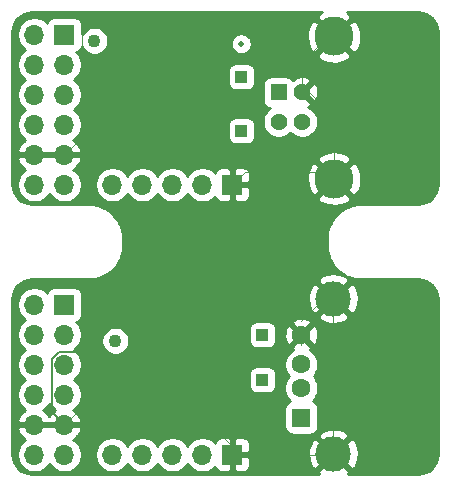
<source format=gbr>
G04 #@! TF.GenerationSoftware,KiCad,Pcbnew,5.1.6-c6e7f7d~86~ubuntu18.04.1*
G04 #@! TF.CreationDate,2021-05-10T20:55:15-07:00*
G04 #@! TF.ProjectId,usb_pmod,7573625f-706d-46f6-942e-6b696361645f,rev?*
G04 #@! TF.SameCoordinates,Original*
G04 #@! TF.FileFunction,Copper,L2,Inr*
G04 #@! TF.FilePolarity,Positive*
%FSLAX46Y46*%
G04 Gerber Fmt 4.6, Leading zero omitted, Abs format (unit mm)*
G04 Created by KiCad (PCBNEW 5.1.6-c6e7f7d~86~ubuntu18.04.1) date 2021-05-10 20:55:15*
%MOMM*%
%LPD*%
G01*
G04 APERTURE LIST*
G04 #@! TA.AperFunction,ViaPad*
%ADD10R,1.000000X1.000000*%
G04 #@! TD*
G04 #@! TA.AperFunction,ViaPad*
%ADD11C,3.316000*%
G04 #@! TD*
G04 #@! TA.AperFunction,ViaPad*
%ADD12C,1.428000*%
G04 #@! TD*
G04 #@! TA.AperFunction,ViaPad*
%ADD13R,1.428000X1.428000*%
G04 #@! TD*
G04 #@! TA.AperFunction,ViaPad*
%ADD14C,1.600000*%
G04 #@! TD*
G04 #@! TA.AperFunction,ViaPad*
%ADD15R,1.600000X1.600000*%
G04 #@! TD*
G04 #@! TA.AperFunction,ViaPad*
%ADD16C,3.000000*%
G04 #@! TD*
G04 #@! TA.AperFunction,ViaPad*
%ADD17O,1.700000X1.700000*%
G04 #@! TD*
G04 #@! TA.AperFunction,ViaPad*
%ADD18R,1.700000X1.700000*%
G04 #@! TD*
G04 #@! TA.AperFunction,ViaPad*
%ADD19C,1.100000*%
G04 #@! TD*
G04 #@! TA.AperFunction,ViaPad*
%ADD20C,0.500000*%
G04 #@! TD*
G04 #@! TA.AperFunction,Conductor*
%ADD21C,0.127000*%
G04 #@! TD*
G04 #@! TA.AperFunction,Conductor*
%ADD22C,0.088900*%
G04 #@! TD*
G04 #@! TA.AperFunction,Conductor*
%ADD23C,0.254000*%
G04 #@! TD*
G04 APERTURE END LIST*
D10*
X103124000Y-96520000D03*
X103124000Y-100330000D03*
X101346000Y-79248000D03*
X101346000Y-74676000D03*
D11*
X109202000Y-71272000D03*
X109202000Y-83312000D03*
D12*
X106492000Y-76002000D03*
X106492000Y-78502000D03*
X104492000Y-78502000D03*
D13*
X104492000Y-76002000D03*
D14*
X106426000Y-96542000D03*
X106426000Y-99042000D03*
X106426000Y-101042000D03*
D15*
X106426000Y-103542000D03*
D16*
X109136000Y-106612000D03*
X109136000Y-93472000D03*
D17*
X90424000Y-83820000D03*
X92964000Y-83820000D03*
X95504000Y-83820000D03*
X98044000Y-83820000D03*
D18*
X100584000Y-83820000D03*
D17*
X90424000Y-106680000D03*
X92964000Y-106680000D03*
X95504000Y-106680000D03*
X98044000Y-106680000D03*
D18*
X100584000Y-106680000D03*
D17*
X83820000Y-106680000D03*
X86360000Y-106680000D03*
X83820000Y-104140000D03*
X86360000Y-104140000D03*
X83820000Y-101600000D03*
X86360000Y-101600000D03*
X83820000Y-99060000D03*
X86360000Y-99060000D03*
X83820000Y-96520000D03*
X86360000Y-96520000D03*
X83820000Y-93980000D03*
D18*
X86360000Y-93980000D03*
D17*
X83820000Y-83820000D03*
X86360000Y-83820000D03*
X83820000Y-81280000D03*
X86360000Y-81280000D03*
X83820000Y-78740000D03*
X86360000Y-78740000D03*
X83820000Y-76200000D03*
X86360000Y-76200000D03*
X83820000Y-73660000D03*
X86360000Y-73660000D03*
X83820000Y-71120000D03*
D18*
X86360000Y-71120000D03*
D19*
X88900000Y-71628000D03*
X90678000Y-97028000D03*
X88392000Y-94996000D03*
X96774000Y-102108000D03*
X88900000Y-70104000D03*
X90703071Y-79023371D03*
X93512540Y-102044500D03*
X89154000Y-101600000D03*
D20*
X101346000Y-71882000D03*
D21*
X85022081Y-104140000D02*
X86360000Y-104140000D01*
X83820000Y-104140000D02*
X85022081Y-104140000D01*
X85319499Y-103099499D02*
X85319499Y-99606999D01*
X86360000Y-104140000D02*
X85319499Y-103099499D01*
X85319499Y-99606999D02*
X85319499Y-98560559D01*
X85319499Y-98560559D02*
X85860559Y-98019499D01*
X87146501Y-98019499D02*
X88392000Y-96774000D01*
X85860559Y-98019499D02*
X87146501Y-98019499D01*
D22*
X106426000Y-97034000D02*
X106426000Y-97394000D01*
X83820000Y-81280000D02*
X86360000Y-81280000D01*
X100584000Y-83820000D02*
X100584000Y-82804000D01*
X99060000Y-81280000D02*
X86360000Y-81280000D01*
X100584000Y-82804000D02*
X99060000Y-81280000D01*
X86360000Y-81280000D02*
X87381451Y-80258549D01*
X87381451Y-80258549D02*
X87884000Y-79756000D01*
X87884000Y-79756000D02*
X87884000Y-70612000D01*
X88392000Y-70612000D02*
X88900000Y-70104000D01*
X87884000Y-70612000D02*
X88392000Y-70612000D01*
X86360000Y-81280000D02*
X88446442Y-81280000D01*
X88446442Y-81280000D02*
X90703071Y-79023371D01*
X106492000Y-73398000D02*
X106492000Y-75418000D01*
X109202000Y-70688000D02*
X106492000Y-73398000D01*
X109202000Y-78128000D02*
X109202000Y-82728000D01*
X106492000Y-75418000D02*
X109202000Y-78128000D01*
X101676000Y-82728000D02*
X100584000Y-83820000D01*
X109202000Y-82728000D02*
X101676000Y-82728000D01*
X91417040Y-104140000D02*
X93512540Y-102044500D01*
X86360000Y-104140000D02*
X91417040Y-104140000D01*
X88900000Y-101600000D02*
X89154000Y-101600000D01*
X86360000Y-104140000D02*
X88900000Y-101600000D01*
X107888000Y-106680000D02*
X109136000Y-105432000D01*
X100584000Y-106680000D02*
X107888000Y-106680000D01*
X109136000Y-92652000D02*
X109136000Y-92292000D01*
X106426000Y-95362000D02*
X109136000Y-92652000D01*
X109136000Y-94404000D02*
X109136000Y-92292000D01*
X109136000Y-94324000D02*
X109136000Y-94404000D01*
X109136000Y-94404000D02*
X109136000Y-107464000D01*
X96710500Y-102044500D02*
X96774000Y-102108000D01*
X93512540Y-102044500D02*
X96710500Y-102044500D01*
X100584000Y-105918000D02*
X100584000Y-106680000D01*
X96774000Y-102108000D02*
X100584000Y-105918000D01*
X88392000Y-96774000D02*
X88392000Y-94996000D01*
D23*
G36*
X107952491Y-69336133D02*
G01*
X107777475Y-69667870D01*
X109202000Y-71092395D01*
X110626525Y-69667870D01*
X110451509Y-69336133D01*
X110264578Y-69240000D01*
X116299721Y-69240000D01*
X116647210Y-69274072D01*
X116950413Y-69365614D01*
X117230064Y-69514307D01*
X117475505Y-69714484D01*
X117677391Y-69958521D01*
X117828031Y-70237125D01*
X117921690Y-70539688D01*
X117958001Y-70885167D01*
X117958000Y-83787721D01*
X117923928Y-84135209D01*
X117832384Y-84438417D01*
X117683693Y-84718063D01*
X117483516Y-84963505D01*
X117239476Y-85165392D01*
X116960875Y-85316031D01*
X116658313Y-85409690D01*
X116312842Y-85446000D01*
X111473581Y-85446000D01*
X111444428Y-85448871D01*
X111430224Y-85448772D01*
X111421053Y-85449672D01*
X110977348Y-85496307D01*
X110918830Y-85508319D01*
X110859991Y-85519543D01*
X110851169Y-85522207D01*
X110424972Y-85654137D01*
X110369817Y-85677322D01*
X110314364Y-85699726D01*
X110306227Y-85704053D01*
X109913773Y-85916252D01*
X109864189Y-85949697D01*
X109814126Y-85982457D01*
X109806985Y-85988281D01*
X109463221Y-86272667D01*
X109421081Y-86315103D01*
X109378331Y-86356966D01*
X109372457Y-86364067D01*
X109090478Y-86709808D01*
X109057386Y-86759617D01*
X109023579Y-86808989D01*
X109019198Y-86817093D01*
X109019198Y-86817095D01*
X109019197Y-86817096D01*
X108809742Y-87211022D01*
X108786943Y-87266337D01*
X108763382Y-87321309D01*
X108760657Y-87330112D01*
X108631706Y-87757219D01*
X108620086Y-87815907D01*
X108607650Y-87874410D01*
X108606687Y-87883575D01*
X108563150Y-88327595D01*
X108560000Y-88359581D01*
X108560000Y-88932418D01*
X108562871Y-88961571D01*
X108562772Y-88975776D01*
X108563672Y-88984947D01*
X108610307Y-89428652D01*
X108622326Y-89487202D01*
X108633543Y-89546009D01*
X108636207Y-89554831D01*
X108768137Y-89981029D01*
X108791316Y-90036169D01*
X108813726Y-90091636D01*
X108818053Y-90099773D01*
X109030252Y-90492227D01*
X109063691Y-90541802D01*
X109096456Y-90591873D01*
X109102281Y-90599015D01*
X109386667Y-90942778D01*
X109429084Y-90984900D01*
X109470966Y-91027669D01*
X109478067Y-91033543D01*
X109823808Y-91315522D01*
X109873635Y-91348626D01*
X109922990Y-91382421D01*
X109931096Y-91386804D01*
X110325022Y-91596258D01*
X110380349Y-91619062D01*
X110435309Y-91642618D01*
X110444112Y-91645343D01*
X110871219Y-91774294D01*
X110929907Y-91785914D01*
X110988410Y-91798350D01*
X110997575Y-91799313D01*
X111441594Y-91842850D01*
X111441598Y-91842850D01*
X111473581Y-91846000D01*
X116299721Y-91846000D01*
X116647210Y-91880072D01*
X116950413Y-91971614D01*
X117230064Y-92120307D01*
X117475505Y-92320484D01*
X117677391Y-92564521D01*
X117828031Y-92843125D01*
X117921690Y-93145688D01*
X117958001Y-93491167D01*
X117958000Y-106647721D01*
X117923928Y-106995209D01*
X117832384Y-107298417D01*
X117683693Y-107578063D01*
X117483516Y-107823505D01*
X117239476Y-108025392D01*
X116960875Y-108176031D01*
X116658313Y-108269690D01*
X116312842Y-108306000D01*
X110348010Y-108306000D01*
X110448048Y-108103653D01*
X109136000Y-106791605D01*
X107823952Y-108103653D01*
X107923990Y-108306000D01*
X83598279Y-108306000D01*
X83250791Y-108271928D01*
X82947583Y-108180384D01*
X82667937Y-108031693D01*
X82422495Y-107831516D01*
X82220608Y-107587476D01*
X82069969Y-107308875D01*
X81976310Y-107006313D01*
X81940000Y-106660842D01*
X81940000Y-106533740D01*
X82335000Y-106533740D01*
X82335000Y-106826260D01*
X82392068Y-107113158D01*
X82504010Y-107383411D01*
X82666525Y-107626632D01*
X82873368Y-107833475D01*
X83116589Y-107995990D01*
X83386842Y-108107932D01*
X83673740Y-108165000D01*
X83966260Y-108165000D01*
X84253158Y-108107932D01*
X84523411Y-107995990D01*
X84766632Y-107833475D01*
X84973475Y-107626632D01*
X85090000Y-107452240D01*
X85206525Y-107626632D01*
X85413368Y-107833475D01*
X85656589Y-107995990D01*
X85926842Y-108107932D01*
X86213740Y-108165000D01*
X86506260Y-108165000D01*
X86793158Y-108107932D01*
X87063411Y-107995990D01*
X87306632Y-107833475D01*
X87513475Y-107626632D01*
X87675990Y-107383411D01*
X87787932Y-107113158D01*
X87845000Y-106826260D01*
X87845000Y-106533740D01*
X88939000Y-106533740D01*
X88939000Y-106826260D01*
X88996068Y-107113158D01*
X89108010Y-107383411D01*
X89270525Y-107626632D01*
X89477368Y-107833475D01*
X89720589Y-107995990D01*
X89990842Y-108107932D01*
X90277740Y-108165000D01*
X90570260Y-108165000D01*
X90857158Y-108107932D01*
X91127411Y-107995990D01*
X91370632Y-107833475D01*
X91577475Y-107626632D01*
X91694000Y-107452240D01*
X91810525Y-107626632D01*
X92017368Y-107833475D01*
X92260589Y-107995990D01*
X92530842Y-108107932D01*
X92817740Y-108165000D01*
X93110260Y-108165000D01*
X93397158Y-108107932D01*
X93667411Y-107995990D01*
X93910632Y-107833475D01*
X94117475Y-107626632D01*
X94234000Y-107452240D01*
X94350525Y-107626632D01*
X94557368Y-107833475D01*
X94800589Y-107995990D01*
X95070842Y-108107932D01*
X95357740Y-108165000D01*
X95650260Y-108165000D01*
X95937158Y-108107932D01*
X96207411Y-107995990D01*
X96450632Y-107833475D01*
X96657475Y-107626632D01*
X96774000Y-107452240D01*
X96890525Y-107626632D01*
X97097368Y-107833475D01*
X97340589Y-107995990D01*
X97610842Y-108107932D01*
X97897740Y-108165000D01*
X98190260Y-108165000D01*
X98477158Y-108107932D01*
X98747411Y-107995990D01*
X98990632Y-107833475D01*
X99122487Y-107701620D01*
X99144498Y-107774180D01*
X99203463Y-107884494D01*
X99282815Y-107981185D01*
X99379506Y-108060537D01*
X99489820Y-108119502D01*
X99609518Y-108155812D01*
X99734000Y-108168072D01*
X100298250Y-108165000D01*
X100457000Y-108006250D01*
X100457000Y-106807000D01*
X100711000Y-106807000D01*
X100711000Y-108006250D01*
X100869750Y-108165000D01*
X101434000Y-108168072D01*
X101558482Y-108155812D01*
X101678180Y-108119502D01*
X101788494Y-108060537D01*
X101885185Y-107981185D01*
X101964537Y-107884494D01*
X102023502Y-107774180D01*
X102059812Y-107654482D01*
X102072072Y-107530000D01*
X102069000Y-106965750D01*
X101910250Y-106807000D01*
X100711000Y-106807000D01*
X100457000Y-106807000D01*
X100437000Y-106807000D01*
X100437000Y-106654824D01*
X106991098Y-106654824D01*
X107040666Y-107072451D01*
X107170757Y-107472383D01*
X107328786Y-107768038D01*
X107644347Y-107924048D01*
X108956395Y-106612000D01*
X109315605Y-106612000D01*
X110627653Y-107924048D01*
X110943214Y-107768038D01*
X111134020Y-107393255D01*
X111248044Y-106988449D01*
X111280902Y-106569176D01*
X111231334Y-106151549D01*
X111101243Y-105751617D01*
X110943214Y-105455962D01*
X110627653Y-105299952D01*
X109315605Y-106612000D01*
X108956395Y-106612000D01*
X107644347Y-105299952D01*
X107328786Y-105455962D01*
X107137980Y-105830745D01*
X107023956Y-106235551D01*
X106991098Y-106654824D01*
X100437000Y-106654824D01*
X100437000Y-106553000D01*
X100457000Y-106553000D01*
X100457000Y-105353750D01*
X100711000Y-105353750D01*
X100711000Y-106553000D01*
X101910250Y-106553000D01*
X102069000Y-106394250D01*
X102072072Y-105830000D01*
X102059812Y-105705518D01*
X102023502Y-105585820D01*
X101964537Y-105475506D01*
X101885185Y-105378815D01*
X101788494Y-105299463D01*
X101678180Y-105240498D01*
X101558482Y-105204188D01*
X101434000Y-105191928D01*
X100869750Y-105195000D01*
X100711000Y-105353750D01*
X100457000Y-105353750D01*
X100298250Y-105195000D01*
X99734000Y-105191928D01*
X99609518Y-105204188D01*
X99489820Y-105240498D01*
X99379506Y-105299463D01*
X99282815Y-105378815D01*
X99203463Y-105475506D01*
X99144498Y-105585820D01*
X99122487Y-105658380D01*
X98990632Y-105526525D01*
X98747411Y-105364010D01*
X98477158Y-105252068D01*
X98190260Y-105195000D01*
X97897740Y-105195000D01*
X97610842Y-105252068D01*
X97340589Y-105364010D01*
X97097368Y-105526525D01*
X96890525Y-105733368D01*
X96774000Y-105907760D01*
X96657475Y-105733368D01*
X96450632Y-105526525D01*
X96207411Y-105364010D01*
X95937158Y-105252068D01*
X95650260Y-105195000D01*
X95357740Y-105195000D01*
X95070842Y-105252068D01*
X94800589Y-105364010D01*
X94557368Y-105526525D01*
X94350525Y-105733368D01*
X94234000Y-105907760D01*
X94117475Y-105733368D01*
X93910632Y-105526525D01*
X93667411Y-105364010D01*
X93397158Y-105252068D01*
X93110260Y-105195000D01*
X92817740Y-105195000D01*
X92530842Y-105252068D01*
X92260589Y-105364010D01*
X92017368Y-105526525D01*
X91810525Y-105733368D01*
X91694000Y-105907760D01*
X91577475Y-105733368D01*
X91370632Y-105526525D01*
X91127411Y-105364010D01*
X90857158Y-105252068D01*
X90570260Y-105195000D01*
X90277740Y-105195000D01*
X89990842Y-105252068D01*
X89720589Y-105364010D01*
X89477368Y-105526525D01*
X89270525Y-105733368D01*
X89108010Y-105976589D01*
X88996068Y-106246842D01*
X88939000Y-106533740D01*
X87845000Y-106533740D01*
X87787932Y-106246842D01*
X87675990Y-105976589D01*
X87513475Y-105733368D01*
X87306632Y-105526525D01*
X87124466Y-105404805D01*
X87241355Y-105335178D01*
X87457588Y-105140269D01*
X87472447Y-105120347D01*
X107823952Y-105120347D01*
X109136000Y-106432395D01*
X110448048Y-105120347D01*
X110292038Y-104804786D01*
X109917255Y-104613980D01*
X109512449Y-104499956D01*
X109093176Y-104467098D01*
X108675549Y-104516666D01*
X108275617Y-104646757D01*
X107979962Y-104804786D01*
X107823952Y-105120347D01*
X87472447Y-105120347D01*
X87631641Y-104906920D01*
X87756825Y-104644099D01*
X87801476Y-104496890D01*
X87680155Y-104267000D01*
X86487000Y-104267000D01*
X86487000Y-104287000D01*
X86233000Y-104287000D01*
X86233000Y-104267000D01*
X83947000Y-104267000D01*
X83947000Y-104287000D01*
X83693000Y-104287000D01*
X83693000Y-104267000D01*
X82499845Y-104267000D01*
X82378524Y-104496890D01*
X82423175Y-104644099D01*
X82548359Y-104906920D01*
X82722412Y-105140269D01*
X82938645Y-105335178D01*
X83055534Y-105404805D01*
X82873368Y-105526525D01*
X82666525Y-105733368D01*
X82504010Y-105976589D01*
X82392068Y-106246842D01*
X82335000Y-106533740D01*
X81940000Y-106533740D01*
X81940000Y-93833740D01*
X82335000Y-93833740D01*
X82335000Y-94126260D01*
X82392068Y-94413158D01*
X82504010Y-94683411D01*
X82666525Y-94926632D01*
X82873368Y-95133475D01*
X83047760Y-95250000D01*
X82873368Y-95366525D01*
X82666525Y-95573368D01*
X82504010Y-95816589D01*
X82392068Y-96086842D01*
X82335000Y-96373740D01*
X82335000Y-96666260D01*
X82392068Y-96953158D01*
X82504010Y-97223411D01*
X82666525Y-97466632D01*
X82873368Y-97673475D01*
X83047760Y-97790000D01*
X82873368Y-97906525D01*
X82666525Y-98113368D01*
X82504010Y-98356589D01*
X82392068Y-98626842D01*
X82335000Y-98913740D01*
X82335000Y-99206260D01*
X82392068Y-99493158D01*
X82504010Y-99763411D01*
X82666525Y-100006632D01*
X82873368Y-100213475D01*
X83047760Y-100330000D01*
X82873368Y-100446525D01*
X82666525Y-100653368D01*
X82504010Y-100896589D01*
X82392068Y-101166842D01*
X82335000Y-101453740D01*
X82335000Y-101746260D01*
X82392068Y-102033158D01*
X82504010Y-102303411D01*
X82666525Y-102546632D01*
X82873368Y-102753475D01*
X83055534Y-102875195D01*
X82938645Y-102944822D01*
X82722412Y-103139731D01*
X82548359Y-103373080D01*
X82423175Y-103635901D01*
X82378524Y-103783110D01*
X82499845Y-104013000D01*
X83693000Y-104013000D01*
X83693000Y-103993000D01*
X83947000Y-103993000D01*
X83947000Y-104013000D01*
X86233000Y-104013000D01*
X86233000Y-103993000D01*
X86487000Y-103993000D01*
X86487000Y-104013000D01*
X87680155Y-104013000D01*
X87801476Y-103783110D01*
X87756825Y-103635901D01*
X87631641Y-103373080D01*
X87457588Y-103139731D01*
X87241355Y-102944822D01*
X87124466Y-102875195D01*
X87306632Y-102753475D01*
X87318107Y-102742000D01*
X104987928Y-102742000D01*
X104987928Y-104342000D01*
X105000188Y-104466482D01*
X105036498Y-104586180D01*
X105095463Y-104696494D01*
X105174815Y-104793185D01*
X105271506Y-104872537D01*
X105381820Y-104931502D01*
X105501518Y-104967812D01*
X105626000Y-104980072D01*
X107226000Y-104980072D01*
X107350482Y-104967812D01*
X107470180Y-104931502D01*
X107580494Y-104872537D01*
X107677185Y-104793185D01*
X107756537Y-104696494D01*
X107815502Y-104586180D01*
X107851812Y-104466482D01*
X107864072Y-104342000D01*
X107864072Y-102742000D01*
X107851812Y-102617518D01*
X107815502Y-102497820D01*
X107756537Y-102387506D01*
X107677185Y-102290815D01*
X107580494Y-102211463D01*
X107470180Y-102152498D01*
X107374057Y-102123339D01*
X107540637Y-101956759D01*
X107697680Y-101721727D01*
X107805853Y-101460574D01*
X107861000Y-101183335D01*
X107861000Y-100900665D01*
X107805853Y-100623426D01*
X107697680Y-100362273D01*
X107540637Y-100127241D01*
X107455396Y-100042000D01*
X107540637Y-99956759D01*
X107697680Y-99721727D01*
X107805853Y-99460574D01*
X107861000Y-99183335D01*
X107861000Y-98900665D01*
X107805853Y-98623426D01*
X107697680Y-98362273D01*
X107540637Y-98127241D01*
X107340759Y-97927363D01*
X107140131Y-97793308D01*
X107167514Y-97778671D01*
X107239097Y-97534702D01*
X106426000Y-96721605D01*
X105612903Y-97534702D01*
X105684486Y-97778671D01*
X105713341Y-97792324D01*
X105511241Y-97927363D01*
X105311363Y-98127241D01*
X105154320Y-98362273D01*
X105046147Y-98623426D01*
X104991000Y-98900665D01*
X104991000Y-99183335D01*
X105046147Y-99460574D01*
X105154320Y-99721727D01*
X105311363Y-99956759D01*
X105396604Y-100042000D01*
X105311363Y-100127241D01*
X105154320Y-100362273D01*
X105046147Y-100623426D01*
X104991000Y-100900665D01*
X104991000Y-101183335D01*
X105046147Y-101460574D01*
X105154320Y-101721727D01*
X105311363Y-101956759D01*
X105477943Y-102123339D01*
X105381820Y-102152498D01*
X105271506Y-102211463D01*
X105174815Y-102290815D01*
X105095463Y-102387506D01*
X105036498Y-102497820D01*
X105000188Y-102617518D01*
X104987928Y-102742000D01*
X87318107Y-102742000D01*
X87513475Y-102546632D01*
X87675990Y-102303411D01*
X87787932Y-102033158D01*
X87845000Y-101746260D01*
X87845000Y-101453740D01*
X87787932Y-101166842D01*
X87675990Y-100896589D01*
X87513475Y-100653368D01*
X87306632Y-100446525D01*
X87132240Y-100330000D01*
X87306632Y-100213475D01*
X87513475Y-100006632D01*
X87631496Y-99830000D01*
X101985928Y-99830000D01*
X101985928Y-100830000D01*
X101998188Y-100954482D01*
X102034498Y-101074180D01*
X102093463Y-101184494D01*
X102172815Y-101281185D01*
X102269506Y-101360537D01*
X102379820Y-101419502D01*
X102499518Y-101455812D01*
X102624000Y-101468072D01*
X103624000Y-101468072D01*
X103748482Y-101455812D01*
X103868180Y-101419502D01*
X103978494Y-101360537D01*
X104075185Y-101281185D01*
X104154537Y-101184494D01*
X104213502Y-101074180D01*
X104249812Y-100954482D01*
X104262072Y-100830000D01*
X104262072Y-99830000D01*
X104249812Y-99705518D01*
X104213502Y-99585820D01*
X104154537Y-99475506D01*
X104075185Y-99378815D01*
X103978494Y-99299463D01*
X103868180Y-99240498D01*
X103748482Y-99204188D01*
X103624000Y-99191928D01*
X102624000Y-99191928D01*
X102499518Y-99204188D01*
X102379820Y-99240498D01*
X102269506Y-99299463D01*
X102172815Y-99378815D01*
X102093463Y-99475506D01*
X102034498Y-99585820D01*
X101998188Y-99705518D01*
X101985928Y-99830000D01*
X87631496Y-99830000D01*
X87675990Y-99763411D01*
X87787932Y-99493158D01*
X87845000Y-99206260D01*
X87845000Y-98913740D01*
X87787932Y-98626842D01*
X87675990Y-98356589D01*
X87513475Y-98113368D01*
X87306632Y-97906525D01*
X87132240Y-97790000D01*
X87306632Y-97673475D01*
X87513475Y-97466632D01*
X87675990Y-97223411D01*
X87787932Y-96953158D01*
X87796260Y-96911288D01*
X89493000Y-96911288D01*
X89493000Y-97144712D01*
X89538539Y-97373652D01*
X89627866Y-97589308D01*
X89757550Y-97783394D01*
X89922606Y-97948450D01*
X90116692Y-98078134D01*
X90332348Y-98167461D01*
X90561288Y-98213000D01*
X90794712Y-98213000D01*
X91023652Y-98167461D01*
X91239308Y-98078134D01*
X91433394Y-97948450D01*
X91598450Y-97783394D01*
X91728134Y-97589308D01*
X91817461Y-97373652D01*
X91863000Y-97144712D01*
X91863000Y-96911288D01*
X91817461Y-96682348D01*
X91728134Y-96466692D01*
X91598450Y-96272606D01*
X91433394Y-96107550D01*
X91302367Y-96020000D01*
X101985928Y-96020000D01*
X101985928Y-97020000D01*
X101998188Y-97144482D01*
X102034498Y-97264180D01*
X102093463Y-97374494D01*
X102172815Y-97471185D01*
X102269506Y-97550537D01*
X102379820Y-97609502D01*
X102499518Y-97645812D01*
X102624000Y-97658072D01*
X103624000Y-97658072D01*
X103748482Y-97645812D01*
X103868180Y-97609502D01*
X103978494Y-97550537D01*
X104075185Y-97471185D01*
X104154537Y-97374494D01*
X104213502Y-97264180D01*
X104249812Y-97144482D01*
X104262072Y-97020000D01*
X104262072Y-96612512D01*
X104985783Y-96612512D01*
X105027213Y-96892130D01*
X105122397Y-97158292D01*
X105189329Y-97283514D01*
X105433298Y-97355097D01*
X106246395Y-96542000D01*
X106605605Y-96542000D01*
X107418702Y-97355097D01*
X107662671Y-97283514D01*
X107783571Y-97028004D01*
X107852300Y-96753816D01*
X107866217Y-96471488D01*
X107824787Y-96191870D01*
X107729603Y-95925708D01*
X107662671Y-95800486D01*
X107418702Y-95728903D01*
X106605605Y-96542000D01*
X106246395Y-96542000D01*
X105433298Y-95728903D01*
X105189329Y-95800486D01*
X105068429Y-96055996D01*
X104999700Y-96330184D01*
X104985783Y-96612512D01*
X104262072Y-96612512D01*
X104262072Y-96020000D01*
X104249812Y-95895518D01*
X104213502Y-95775820D01*
X104154537Y-95665506D01*
X104075185Y-95568815D01*
X104051404Y-95549298D01*
X105612903Y-95549298D01*
X106426000Y-96362395D01*
X107239097Y-95549298D01*
X107167514Y-95305329D01*
X106912004Y-95184429D01*
X106637816Y-95115700D01*
X106355488Y-95101783D01*
X106075870Y-95143213D01*
X105809708Y-95238397D01*
X105684486Y-95305329D01*
X105612903Y-95549298D01*
X104051404Y-95549298D01*
X103978494Y-95489463D01*
X103868180Y-95430498D01*
X103748482Y-95394188D01*
X103624000Y-95381928D01*
X102624000Y-95381928D01*
X102499518Y-95394188D01*
X102379820Y-95430498D01*
X102269506Y-95489463D01*
X102172815Y-95568815D01*
X102093463Y-95665506D01*
X102034498Y-95775820D01*
X101998188Y-95895518D01*
X101985928Y-96020000D01*
X91302367Y-96020000D01*
X91239308Y-95977866D01*
X91023652Y-95888539D01*
X90794712Y-95843000D01*
X90561288Y-95843000D01*
X90332348Y-95888539D01*
X90116692Y-95977866D01*
X89922606Y-96107550D01*
X89757550Y-96272606D01*
X89627866Y-96466692D01*
X89538539Y-96682348D01*
X89493000Y-96911288D01*
X87796260Y-96911288D01*
X87845000Y-96666260D01*
X87845000Y-96373740D01*
X87787932Y-96086842D01*
X87675990Y-95816589D01*
X87513475Y-95573368D01*
X87381620Y-95441513D01*
X87454180Y-95419502D01*
X87564494Y-95360537D01*
X87661185Y-95281185D01*
X87740537Y-95184494D01*
X87799502Y-95074180D01*
X87833030Y-94963653D01*
X107823952Y-94963653D01*
X107979962Y-95279214D01*
X108354745Y-95470020D01*
X108759551Y-95584044D01*
X109178824Y-95616902D01*
X109596451Y-95567334D01*
X109996383Y-95437243D01*
X110292038Y-95279214D01*
X110448048Y-94963653D01*
X109136000Y-93651605D01*
X107823952Y-94963653D01*
X87833030Y-94963653D01*
X87835812Y-94954482D01*
X87848072Y-94830000D01*
X87848072Y-93514824D01*
X106991098Y-93514824D01*
X107040666Y-93932451D01*
X107170757Y-94332383D01*
X107328786Y-94628038D01*
X107644347Y-94784048D01*
X108956395Y-93472000D01*
X109315605Y-93472000D01*
X110627653Y-94784048D01*
X110943214Y-94628038D01*
X111134020Y-94253255D01*
X111248044Y-93848449D01*
X111280902Y-93429176D01*
X111231334Y-93011549D01*
X111101243Y-92611617D01*
X110943214Y-92315962D01*
X110627653Y-92159952D01*
X109315605Y-93472000D01*
X108956395Y-93472000D01*
X107644347Y-92159952D01*
X107328786Y-92315962D01*
X107137980Y-92690745D01*
X107023956Y-93095551D01*
X106991098Y-93514824D01*
X87848072Y-93514824D01*
X87848072Y-93130000D01*
X87835812Y-93005518D01*
X87799502Y-92885820D01*
X87740537Y-92775506D01*
X87661185Y-92678815D01*
X87564494Y-92599463D01*
X87454180Y-92540498D01*
X87334482Y-92504188D01*
X87210000Y-92491928D01*
X85510000Y-92491928D01*
X85385518Y-92504188D01*
X85265820Y-92540498D01*
X85155506Y-92599463D01*
X85058815Y-92678815D01*
X84979463Y-92775506D01*
X84920498Y-92885820D01*
X84898487Y-92958380D01*
X84766632Y-92826525D01*
X84523411Y-92664010D01*
X84253158Y-92552068D01*
X83966260Y-92495000D01*
X83673740Y-92495000D01*
X83386842Y-92552068D01*
X83116589Y-92664010D01*
X82873368Y-92826525D01*
X82666525Y-93033368D01*
X82504010Y-93276589D01*
X82392068Y-93546842D01*
X82335000Y-93833740D01*
X81940000Y-93833740D01*
X81940000Y-93504279D01*
X81974072Y-93156790D01*
X82065614Y-92853587D01*
X82214307Y-92573936D01*
X82414484Y-92328495D01*
X82658521Y-92126609D01*
X82929028Y-91980347D01*
X107823952Y-91980347D01*
X109136000Y-93292395D01*
X110448048Y-91980347D01*
X110292038Y-91664786D01*
X109917255Y-91473980D01*
X109512449Y-91359956D01*
X109093176Y-91327098D01*
X108675549Y-91376666D01*
X108275617Y-91506757D01*
X107979962Y-91664786D01*
X107823952Y-91980347D01*
X82929028Y-91980347D01*
X82937125Y-91975969D01*
X83239688Y-91882310D01*
X83585158Y-91846000D01*
X88424419Y-91846000D01*
X88453572Y-91843129D01*
X88467776Y-91843228D01*
X88476947Y-91842328D01*
X88920652Y-91795693D01*
X88979202Y-91783674D01*
X89038009Y-91772457D01*
X89046831Y-91769793D01*
X89473029Y-91637863D01*
X89528169Y-91614684D01*
X89583636Y-91592274D01*
X89591773Y-91587947D01*
X89984227Y-91375748D01*
X90033802Y-91342309D01*
X90083873Y-91309544D01*
X90091015Y-91303719D01*
X90434778Y-91019333D01*
X90476900Y-90976916D01*
X90519669Y-90935034D01*
X90525543Y-90927933D01*
X90807522Y-90582192D01*
X90840626Y-90532365D01*
X90874421Y-90483010D01*
X90878804Y-90474904D01*
X91088258Y-90080978D01*
X91111062Y-90025651D01*
X91134618Y-89970691D01*
X91137343Y-89961888D01*
X91266294Y-89534781D01*
X91277914Y-89476093D01*
X91290350Y-89417590D01*
X91291313Y-89408425D01*
X91334850Y-88964406D01*
X91334850Y-88964402D01*
X91338000Y-88932419D01*
X91338000Y-88359581D01*
X91335129Y-88330428D01*
X91335228Y-88316224D01*
X91334328Y-88307053D01*
X91287693Y-87863348D01*
X91275681Y-87804830D01*
X91264457Y-87745991D01*
X91261793Y-87737169D01*
X91129863Y-87310972D01*
X91106678Y-87255817D01*
X91084274Y-87200364D01*
X91079947Y-87192227D01*
X90867748Y-86799773D01*
X90834303Y-86750189D01*
X90801543Y-86700126D01*
X90795719Y-86692985D01*
X90511333Y-86349221D01*
X90468897Y-86307081D01*
X90427034Y-86264331D01*
X90419933Y-86258457D01*
X90074192Y-85976478D01*
X90024383Y-85943386D01*
X89975011Y-85909579D01*
X89966907Y-85905198D01*
X89966899Y-85905194D01*
X89572978Y-85695742D01*
X89517663Y-85672943D01*
X89462691Y-85649382D01*
X89453888Y-85646657D01*
X89026781Y-85517706D01*
X88968093Y-85506086D01*
X88909590Y-85493650D01*
X88900425Y-85492687D01*
X88456405Y-85449150D01*
X88456402Y-85449150D01*
X88424419Y-85446000D01*
X83598279Y-85446000D01*
X83250791Y-85411928D01*
X82947583Y-85320384D01*
X82667937Y-85171693D01*
X82422495Y-84971516D01*
X82220608Y-84727476D01*
X82069969Y-84448875D01*
X81976310Y-84146313D01*
X81940000Y-83800842D01*
X81940000Y-83673740D01*
X82335000Y-83673740D01*
X82335000Y-83966260D01*
X82392068Y-84253158D01*
X82504010Y-84523411D01*
X82666525Y-84766632D01*
X82873368Y-84973475D01*
X83116589Y-85135990D01*
X83386842Y-85247932D01*
X83673740Y-85305000D01*
X83966260Y-85305000D01*
X84253158Y-85247932D01*
X84523411Y-85135990D01*
X84766632Y-84973475D01*
X84973475Y-84766632D01*
X85090000Y-84592240D01*
X85206525Y-84766632D01*
X85413368Y-84973475D01*
X85656589Y-85135990D01*
X85926842Y-85247932D01*
X86213740Y-85305000D01*
X86506260Y-85305000D01*
X86793158Y-85247932D01*
X87063411Y-85135990D01*
X87306632Y-84973475D01*
X87513475Y-84766632D01*
X87675990Y-84523411D01*
X87787932Y-84253158D01*
X87845000Y-83966260D01*
X87845000Y-83673740D01*
X88939000Y-83673740D01*
X88939000Y-83966260D01*
X88996068Y-84253158D01*
X89108010Y-84523411D01*
X89270525Y-84766632D01*
X89477368Y-84973475D01*
X89720589Y-85135990D01*
X89990842Y-85247932D01*
X90277740Y-85305000D01*
X90570260Y-85305000D01*
X90857158Y-85247932D01*
X91127411Y-85135990D01*
X91370632Y-84973475D01*
X91577475Y-84766632D01*
X91694000Y-84592240D01*
X91810525Y-84766632D01*
X92017368Y-84973475D01*
X92260589Y-85135990D01*
X92530842Y-85247932D01*
X92817740Y-85305000D01*
X93110260Y-85305000D01*
X93397158Y-85247932D01*
X93667411Y-85135990D01*
X93910632Y-84973475D01*
X94117475Y-84766632D01*
X94234000Y-84592240D01*
X94350525Y-84766632D01*
X94557368Y-84973475D01*
X94800589Y-85135990D01*
X95070842Y-85247932D01*
X95357740Y-85305000D01*
X95650260Y-85305000D01*
X95937158Y-85247932D01*
X96207411Y-85135990D01*
X96450632Y-84973475D01*
X96657475Y-84766632D01*
X96774000Y-84592240D01*
X96890525Y-84766632D01*
X97097368Y-84973475D01*
X97340589Y-85135990D01*
X97610842Y-85247932D01*
X97897740Y-85305000D01*
X98190260Y-85305000D01*
X98477158Y-85247932D01*
X98747411Y-85135990D01*
X98990632Y-84973475D01*
X99122487Y-84841620D01*
X99144498Y-84914180D01*
X99203463Y-85024494D01*
X99282815Y-85121185D01*
X99379506Y-85200537D01*
X99489820Y-85259502D01*
X99609518Y-85295812D01*
X99734000Y-85308072D01*
X100298250Y-85305000D01*
X100457000Y-85146250D01*
X100457000Y-83947000D01*
X100711000Y-83947000D01*
X100711000Y-85146250D01*
X100869750Y-85305000D01*
X101434000Y-85308072D01*
X101558482Y-85295812D01*
X101678180Y-85259502D01*
X101788494Y-85200537D01*
X101885185Y-85121185D01*
X101964537Y-85024494D01*
X102022459Y-84916130D01*
X107777475Y-84916130D01*
X107952491Y-85247867D01*
X108354168Y-85454437D01*
X108788428Y-85578674D01*
X109238581Y-85615804D01*
X109687328Y-85564400D01*
X110117424Y-85426438D01*
X110451509Y-85247867D01*
X110626525Y-84916130D01*
X109202000Y-83491605D01*
X107777475Y-84916130D01*
X102022459Y-84916130D01*
X102023502Y-84914180D01*
X102059812Y-84794482D01*
X102072072Y-84670000D01*
X102069000Y-84105750D01*
X101910250Y-83947000D01*
X100711000Y-83947000D01*
X100457000Y-83947000D01*
X100437000Y-83947000D01*
X100437000Y-83693000D01*
X100457000Y-83693000D01*
X100457000Y-82493750D01*
X100711000Y-82493750D01*
X100711000Y-83693000D01*
X101910250Y-83693000D01*
X102069000Y-83534250D01*
X102070010Y-83348581D01*
X106898196Y-83348581D01*
X106949600Y-83797328D01*
X107087562Y-84227424D01*
X107266133Y-84561509D01*
X107597870Y-84736525D01*
X109022395Y-83312000D01*
X109381605Y-83312000D01*
X110806130Y-84736525D01*
X111137867Y-84561509D01*
X111344437Y-84159832D01*
X111468674Y-83725572D01*
X111505804Y-83275419D01*
X111454400Y-82826672D01*
X111316438Y-82396576D01*
X111137867Y-82062491D01*
X110806130Y-81887475D01*
X109381605Y-83312000D01*
X109022395Y-83312000D01*
X107597870Y-81887475D01*
X107266133Y-82062491D01*
X107059563Y-82464168D01*
X106935326Y-82898428D01*
X106898196Y-83348581D01*
X102070010Y-83348581D01*
X102072072Y-82970000D01*
X102059812Y-82845518D01*
X102023502Y-82725820D01*
X101964537Y-82615506D01*
X101885185Y-82518815D01*
X101788494Y-82439463D01*
X101678180Y-82380498D01*
X101558482Y-82344188D01*
X101434000Y-82331928D01*
X100869750Y-82335000D01*
X100711000Y-82493750D01*
X100457000Y-82493750D01*
X100298250Y-82335000D01*
X99734000Y-82331928D01*
X99609518Y-82344188D01*
X99489820Y-82380498D01*
X99379506Y-82439463D01*
X99282815Y-82518815D01*
X99203463Y-82615506D01*
X99144498Y-82725820D01*
X99122487Y-82798380D01*
X98990632Y-82666525D01*
X98747411Y-82504010D01*
X98477158Y-82392068D01*
X98190260Y-82335000D01*
X97897740Y-82335000D01*
X97610842Y-82392068D01*
X97340589Y-82504010D01*
X97097368Y-82666525D01*
X96890525Y-82873368D01*
X96774000Y-83047760D01*
X96657475Y-82873368D01*
X96450632Y-82666525D01*
X96207411Y-82504010D01*
X95937158Y-82392068D01*
X95650260Y-82335000D01*
X95357740Y-82335000D01*
X95070842Y-82392068D01*
X94800589Y-82504010D01*
X94557368Y-82666525D01*
X94350525Y-82873368D01*
X94234000Y-83047760D01*
X94117475Y-82873368D01*
X93910632Y-82666525D01*
X93667411Y-82504010D01*
X93397158Y-82392068D01*
X93110260Y-82335000D01*
X92817740Y-82335000D01*
X92530842Y-82392068D01*
X92260589Y-82504010D01*
X92017368Y-82666525D01*
X91810525Y-82873368D01*
X91694000Y-83047760D01*
X91577475Y-82873368D01*
X91370632Y-82666525D01*
X91127411Y-82504010D01*
X90857158Y-82392068D01*
X90570260Y-82335000D01*
X90277740Y-82335000D01*
X89990842Y-82392068D01*
X89720589Y-82504010D01*
X89477368Y-82666525D01*
X89270525Y-82873368D01*
X89108010Y-83116589D01*
X88996068Y-83386842D01*
X88939000Y-83673740D01*
X87845000Y-83673740D01*
X87787932Y-83386842D01*
X87675990Y-83116589D01*
X87513475Y-82873368D01*
X87306632Y-82666525D01*
X87124466Y-82544805D01*
X87241355Y-82475178D01*
X87457588Y-82280269D01*
X87631641Y-82046920D01*
X87756825Y-81784099D01*
X87779946Y-81707870D01*
X107777475Y-81707870D01*
X109202000Y-83132395D01*
X110626525Y-81707870D01*
X110451509Y-81376133D01*
X110049832Y-81169563D01*
X109615572Y-81045326D01*
X109165419Y-81008196D01*
X108716672Y-81059600D01*
X108286576Y-81197562D01*
X107952491Y-81376133D01*
X107777475Y-81707870D01*
X87779946Y-81707870D01*
X87801476Y-81636890D01*
X87680155Y-81407000D01*
X86487000Y-81407000D01*
X86487000Y-81427000D01*
X86233000Y-81427000D01*
X86233000Y-81407000D01*
X83947000Y-81407000D01*
X83947000Y-81427000D01*
X83693000Y-81427000D01*
X83693000Y-81407000D01*
X82499845Y-81407000D01*
X82378524Y-81636890D01*
X82423175Y-81784099D01*
X82548359Y-82046920D01*
X82722412Y-82280269D01*
X82938645Y-82475178D01*
X83055534Y-82544805D01*
X82873368Y-82666525D01*
X82666525Y-82873368D01*
X82504010Y-83116589D01*
X82392068Y-83386842D01*
X82335000Y-83673740D01*
X81940000Y-83673740D01*
X81940000Y-70973740D01*
X82335000Y-70973740D01*
X82335000Y-71266260D01*
X82392068Y-71553158D01*
X82504010Y-71823411D01*
X82666525Y-72066632D01*
X82873368Y-72273475D01*
X83047760Y-72390000D01*
X82873368Y-72506525D01*
X82666525Y-72713368D01*
X82504010Y-72956589D01*
X82392068Y-73226842D01*
X82335000Y-73513740D01*
X82335000Y-73806260D01*
X82392068Y-74093158D01*
X82504010Y-74363411D01*
X82666525Y-74606632D01*
X82873368Y-74813475D01*
X83047760Y-74930000D01*
X82873368Y-75046525D01*
X82666525Y-75253368D01*
X82504010Y-75496589D01*
X82392068Y-75766842D01*
X82335000Y-76053740D01*
X82335000Y-76346260D01*
X82392068Y-76633158D01*
X82504010Y-76903411D01*
X82666525Y-77146632D01*
X82873368Y-77353475D01*
X83047760Y-77470000D01*
X82873368Y-77586525D01*
X82666525Y-77793368D01*
X82504010Y-78036589D01*
X82392068Y-78306842D01*
X82335000Y-78593740D01*
X82335000Y-78886260D01*
X82392068Y-79173158D01*
X82504010Y-79443411D01*
X82666525Y-79686632D01*
X82873368Y-79893475D01*
X83055534Y-80015195D01*
X82938645Y-80084822D01*
X82722412Y-80279731D01*
X82548359Y-80513080D01*
X82423175Y-80775901D01*
X82378524Y-80923110D01*
X82499845Y-81153000D01*
X83693000Y-81153000D01*
X83693000Y-81133000D01*
X83947000Y-81133000D01*
X83947000Y-81153000D01*
X86233000Y-81153000D01*
X86233000Y-81133000D01*
X86487000Y-81133000D01*
X86487000Y-81153000D01*
X87680155Y-81153000D01*
X87801476Y-80923110D01*
X87756825Y-80775901D01*
X87631641Y-80513080D01*
X87457588Y-80279731D01*
X87241355Y-80084822D01*
X87124466Y-80015195D01*
X87306632Y-79893475D01*
X87513475Y-79686632D01*
X87675990Y-79443411D01*
X87787932Y-79173158D01*
X87845000Y-78886260D01*
X87845000Y-78748000D01*
X100207928Y-78748000D01*
X100207928Y-79748000D01*
X100220188Y-79872482D01*
X100256498Y-79992180D01*
X100315463Y-80102494D01*
X100394815Y-80199185D01*
X100491506Y-80278537D01*
X100601820Y-80337502D01*
X100721518Y-80373812D01*
X100846000Y-80386072D01*
X101846000Y-80386072D01*
X101970482Y-80373812D01*
X102090180Y-80337502D01*
X102200494Y-80278537D01*
X102297185Y-80199185D01*
X102376537Y-80102494D01*
X102435502Y-79992180D01*
X102471812Y-79872482D01*
X102484072Y-79748000D01*
X102484072Y-78748000D01*
X102471812Y-78623518D01*
X102435502Y-78503820D01*
X102376537Y-78393506D01*
X102297185Y-78296815D01*
X102200494Y-78217463D01*
X102090180Y-78158498D01*
X101970482Y-78122188D01*
X101846000Y-78109928D01*
X100846000Y-78109928D01*
X100721518Y-78122188D01*
X100601820Y-78158498D01*
X100491506Y-78217463D01*
X100394815Y-78296815D01*
X100315463Y-78393506D01*
X100256498Y-78503820D01*
X100220188Y-78623518D01*
X100207928Y-78748000D01*
X87845000Y-78748000D01*
X87845000Y-78593740D01*
X87787932Y-78306842D01*
X87675990Y-78036589D01*
X87513475Y-77793368D01*
X87306632Y-77586525D01*
X87132240Y-77470000D01*
X87306632Y-77353475D01*
X87513475Y-77146632D01*
X87675990Y-76903411D01*
X87787932Y-76633158D01*
X87845000Y-76346260D01*
X87845000Y-76053740D01*
X87787932Y-75766842D01*
X87675990Y-75496589D01*
X87513475Y-75253368D01*
X87306632Y-75046525D01*
X87132240Y-74930000D01*
X87306632Y-74813475D01*
X87513475Y-74606632D01*
X87675990Y-74363411D01*
X87753617Y-74176000D01*
X100207928Y-74176000D01*
X100207928Y-75176000D01*
X100220188Y-75300482D01*
X100256498Y-75420180D01*
X100315463Y-75530494D01*
X100394815Y-75627185D01*
X100491506Y-75706537D01*
X100601820Y-75765502D01*
X100721518Y-75801812D01*
X100846000Y-75814072D01*
X101846000Y-75814072D01*
X101970482Y-75801812D01*
X102090180Y-75765502D01*
X102200494Y-75706537D01*
X102297185Y-75627185D01*
X102376537Y-75530494D01*
X102435502Y-75420180D01*
X102471812Y-75300482D01*
X102473041Y-75288000D01*
X103139928Y-75288000D01*
X103139928Y-76716000D01*
X103152188Y-76840482D01*
X103188498Y-76960180D01*
X103247463Y-77070494D01*
X103326815Y-77167185D01*
X103423506Y-77246537D01*
X103533820Y-77305502D01*
X103653518Y-77341812D01*
X103778000Y-77354072D01*
X103781860Y-77354072D01*
X103632063Y-77454163D01*
X103444163Y-77642063D01*
X103296532Y-77863009D01*
X103194842Y-78108511D01*
X103143000Y-78369135D01*
X103143000Y-78634865D01*
X103194842Y-78895489D01*
X103296532Y-79140991D01*
X103444163Y-79361937D01*
X103632063Y-79549837D01*
X103853009Y-79697468D01*
X104098511Y-79799158D01*
X104359135Y-79851000D01*
X104624865Y-79851000D01*
X104885489Y-79799158D01*
X105130991Y-79697468D01*
X105351937Y-79549837D01*
X105492000Y-79409774D01*
X105632063Y-79549837D01*
X105853009Y-79697468D01*
X106098511Y-79799158D01*
X106359135Y-79851000D01*
X106624865Y-79851000D01*
X106885489Y-79799158D01*
X107130991Y-79697468D01*
X107351937Y-79549837D01*
X107539837Y-79361937D01*
X107687468Y-79140991D01*
X107789158Y-78895489D01*
X107841000Y-78634865D01*
X107841000Y-78369135D01*
X107789158Y-78108511D01*
X107687468Y-77863009D01*
X107539837Y-77642063D01*
X107351937Y-77454163D01*
X107130991Y-77306532D01*
X107000519Y-77252489D01*
X107078258Y-77224193D01*
X107182509Y-77168470D01*
X107243668Y-76933273D01*
X106492000Y-76181605D01*
X106477858Y-76195748D01*
X106298253Y-76016143D01*
X106312395Y-76002000D01*
X106671605Y-76002000D01*
X107423273Y-76753668D01*
X107658470Y-76692509D01*
X107770768Y-76451674D01*
X107833924Y-76193559D01*
X107845511Y-75928081D01*
X107805082Y-75665445D01*
X107714193Y-75415742D01*
X107658470Y-75311491D01*
X107423273Y-75250332D01*
X106671605Y-76002000D01*
X106312395Y-76002000D01*
X106298253Y-75987858D01*
X106477858Y-75808253D01*
X106492000Y-75822395D01*
X107243668Y-75070727D01*
X107182509Y-74835530D01*
X106941674Y-74723232D01*
X106683559Y-74660076D01*
X106418081Y-74648489D01*
X106155445Y-74688918D01*
X105905742Y-74779807D01*
X105801491Y-74835530D01*
X105763094Y-74983191D01*
X105736537Y-74933506D01*
X105657185Y-74836815D01*
X105560494Y-74757463D01*
X105450180Y-74698498D01*
X105330482Y-74662188D01*
X105206000Y-74649928D01*
X103778000Y-74649928D01*
X103653518Y-74662188D01*
X103533820Y-74698498D01*
X103423506Y-74757463D01*
X103326815Y-74836815D01*
X103247463Y-74933506D01*
X103188498Y-75043820D01*
X103152188Y-75163518D01*
X103139928Y-75288000D01*
X102473041Y-75288000D01*
X102484072Y-75176000D01*
X102484072Y-74176000D01*
X102471812Y-74051518D01*
X102435502Y-73931820D01*
X102376537Y-73821506D01*
X102297185Y-73724815D01*
X102200494Y-73645463D01*
X102090180Y-73586498D01*
X101970482Y-73550188D01*
X101846000Y-73537928D01*
X100846000Y-73537928D01*
X100721518Y-73550188D01*
X100601820Y-73586498D01*
X100491506Y-73645463D01*
X100394815Y-73724815D01*
X100315463Y-73821506D01*
X100256498Y-73931820D01*
X100220188Y-74051518D01*
X100207928Y-74176000D01*
X87753617Y-74176000D01*
X87787932Y-74093158D01*
X87845000Y-73806260D01*
X87845000Y-73513740D01*
X87787932Y-73226842D01*
X87675990Y-72956589D01*
X87622230Y-72876130D01*
X107777475Y-72876130D01*
X107952491Y-73207867D01*
X108354168Y-73414437D01*
X108788428Y-73538674D01*
X109238581Y-73575804D01*
X109687328Y-73524400D01*
X110117424Y-73386438D01*
X110451509Y-73207867D01*
X110626525Y-72876130D01*
X109202000Y-71451605D01*
X107777475Y-72876130D01*
X87622230Y-72876130D01*
X87513475Y-72713368D01*
X87381620Y-72581513D01*
X87454180Y-72559502D01*
X87564494Y-72500537D01*
X87661185Y-72421185D01*
X87740537Y-72324494D01*
X87799502Y-72214180D01*
X87825149Y-72129634D01*
X87849866Y-72189308D01*
X87979550Y-72383394D01*
X88144606Y-72548450D01*
X88338692Y-72678134D01*
X88554348Y-72767461D01*
X88783288Y-72813000D01*
X89016712Y-72813000D01*
X89245652Y-72767461D01*
X89461308Y-72678134D01*
X89655394Y-72548450D01*
X89820450Y-72383394D01*
X89950134Y-72189308D01*
X90039461Y-71973652D01*
X90075029Y-71794835D01*
X100461000Y-71794835D01*
X100461000Y-71969165D01*
X100495010Y-72140145D01*
X100561723Y-72301205D01*
X100658576Y-72446155D01*
X100781845Y-72569424D01*
X100926795Y-72666277D01*
X101087855Y-72732990D01*
X101258835Y-72767000D01*
X101433165Y-72767000D01*
X101604145Y-72732990D01*
X101765205Y-72666277D01*
X101910155Y-72569424D01*
X102033424Y-72446155D01*
X102130277Y-72301205D01*
X102196990Y-72140145D01*
X102231000Y-71969165D01*
X102231000Y-71794835D01*
X102196990Y-71623855D01*
X102130277Y-71462795D01*
X102033424Y-71317845D01*
X102024160Y-71308581D01*
X106898196Y-71308581D01*
X106949600Y-71757328D01*
X107087562Y-72187424D01*
X107266133Y-72521509D01*
X107597870Y-72696525D01*
X109022395Y-71272000D01*
X109381605Y-71272000D01*
X110806130Y-72696525D01*
X111137867Y-72521509D01*
X111344437Y-72119832D01*
X111468674Y-71685572D01*
X111505804Y-71235419D01*
X111454400Y-70786672D01*
X111316438Y-70356576D01*
X111137867Y-70022491D01*
X110806130Y-69847475D01*
X109381605Y-71272000D01*
X109022395Y-71272000D01*
X107597870Y-69847475D01*
X107266133Y-70022491D01*
X107059563Y-70424168D01*
X106935326Y-70858428D01*
X106898196Y-71308581D01*
X102024160Y-71308581D01*
X101910155Y-71194576D01*
X101765205Y-71097723D01*
X101604145Y-71031010D01*
X101433165Y-70997000D01*
X101258835Y-70997000D01*
X101087855Y-71031010D01*
X100926795Y-71097723D01*
X100781845Y-71194576D01*
X100658576Y-71317845D01*
X100561723Y-71462795D01*
X100495010Y-71623855D01*
X100461000Y-71794835D01*
X90075029Y-71794835D01*
X90085000Y-71744712D01*
X90085000Y-71511288D01*
X90039461Y-71282348D01*
X89950134Y-71066692D01*
X89820450Y-70872606D01*
X89655394Y-70707550D01*
X89461308Y-70577866D01*
X89245652Y-70488539D01*
X89016712Y-70443000D01*
X88783288Y-70443000D01*
X88554348Y-70488539D01*
X88338692Y-70577866D01*
X88144606Y-70707550D01*
X87979550Y-70872606D01*
X87849866Y-71066692D01*
X87848072Y-71071023D01*
X87848072Y-70270000D01*
X87835812Y-70145518D01*
X87799502Y-70025820D01*
X87740537Y-69915506D01*
X87661185Y-69818815D01*
X87564494Y-69739463D01*
X87454180Y-69680498D01*
X87334482Y-69644188D01*
X87210000Y-69631928D01*
X85510000Y-69631928D01*
X85385518Y-69644188D01*
X85265820Y-69680498D01*
X85155506Y-69739463D01*
X85058815Y-69818815D01*
X84979463Y-69915506D01*
X84920498Y-70025820D01*
X84898487Y-70098380D01*
X84766632Y-69966525D01*
X84523411Y-69804010D01*
X84253158Y-69692068D01*
X83966260Y-69635000D01*
X83673740Y-69635000D01*
X83386842Y-69692068D01*
X83116589Y-69804010D01*
X82873368Y-69966525D01*
X82666525Y-70173368D01*
X82504010Y-70416589D01*
X82392068Y-70686842D01*
X82335000Y-70973740D01*
X81940000Y-70973740D01*
X81940000Y-70898279D01*
X81974072Y-70550790D01*
X82065614Y-70247587D01*
X82214307Y-69967936D01*
X82414484Y-69722495D01*
X82658521Y-69520609D01*
X82937125Y-69369969D01*
X83239688Y-69276310D01*
X83585158Y-69240000D01*
X108132344Y-69240000D01*
X107952491Y-69336133D01*
G37*
X107952491Y-69336133D02*
X107777475Y-69667870D01*
X109202000Y-71092395D01*
X110626525Y-69667870D01*
X110451509Y-69336133D01*
X110264578Y-69240000D01*
X116299721Y-69240000D01*
X116647210Y-69274072D01*
X116950413Y-69365614D01*
X117230064Y-69514307D01*
X117475505Y-69714484D01*
X117677391Y-69958521D01*
X117828031Y-70237125D01*
X117921690Y-70539688D01*
X117958001Y-70885167D01*
X117958000Y-83787721D01*
X117923928Y-84135209D01*
X117832384Y-84438417D01*
X117683693Y-84718063D01*
X117483516Y-84963505D01*
X117239476Y-85165392D01*
X116960875Y-85316031D01*
X116658313Y-85409690D01*
X116312842Y-85446000D01*
X111473581Y-85446000D01*
X111444428Y-85448871D01*
X111430224Y-85448772D01*
X111421053Y-85449672D01*
X110977348Y-85496307D01*
X110918830Y-85508319D01*
X110859991Y-85519543D01*
X110851169Y-85522207D01*
X110424972Y-85654137D01*
X110369817Y-85677322D01*
X110314364Y-85699726D01*
X110306227Y-85704053D01*
X109913773Y-85916252D01*
X109864189Y-85949697D01*
X109814126Y-85982457D01*
X109806985Y-85988281D01*
X109463221Y-86272667D01*
X109421081Y-86315103D01*
X109378331Y-86356966D01*
X109372457Y-86364067D01*
X109090478Y-86709808D01*
X109057386Y-86759617D01*
X109023579Y-86808989D01*
X109019198Y-86817093D01*
X109019198Y-86817095D01*
X109019197Y-86817096D01*
X108809742Y-87211022D01*
X108786943Y-87266337D01*
X108763382Y-87321309D01*
X108760657Y-87330112D01*
X108631706Y-87757219D01*
X108620086Y-87815907D01*
X108607650Y-87874410D01*
X108606687Y-87883575D01*
X108563150Y-88327595D01*
X108560000Y-88359581D01*
X108560000Y-88932418D01*
X108562871Y-88961571D01*
X108562772Y-88975776D01*
X108563672Y-88984947D01*
X108610307Y-89428652D01*
X108622326Y-89487202D01*
X108633543Y-89546009D01*
X108636207Y-89554831D01*
X108768137Y-89981029D01*
X108791316Y-90036169D01*
X108813726Y-90091636D01*
X108818053Y-90099773D01*
X109030252Y-90492227D01*
X109063691Y-90541802D01*
X109096456Y-90591873D01*
X109102281Y-90599015D01*
X109386667Y-90942778D01*
X109429084Y-90984900D01*
X109470966Y-91027669D01*
X109478067Y-91033543D01*
X109823808Y-91315522D01*
X109873635Y-91348626D01*
X109922990Y-91382421D01*
X109931096Y-91386804D01*
X110325022Y-91596258D01*
X110380349Y-91619062D01*
X110435309Y-91642618D01*
X110444112Y-91645343D01*
X110871219Y-91774294D01*
X110929907Y-91785914D01*
X110988410Y-91798350D01*
X110997575Y-91799313D01*
X111441594Y-91842850D01*
X111441598Y-91842850D01*
X111473581Y-91846000D01*
X116299721Y-91846000D01*
X116647210Y-91880072D01*
X116950413Y-91971614D01*
X117230064Y-92120307D01*
X117475505Y-92320484D01*
X117677391Y-92564521D01*
X117828031Y-92843125D01*
X117921690Y-93145688D01*
X117958001Y-93491167D01*
X117958000Y-106647721D01*
X117923928Y-106995209D01*
X117832384Y-107298417D01*
X117683693Y-107578063D01*
X117483516Y-107823505D01*
X117239476Y-108025392D01*
X116960875Y-108176031D01*
X116658313Y-108269690D01*
X116312842Y-108306000D01*
X110348010Y-108306000D01*
X110448048Y-108103653D01*
X109136000Y-106791605D01*
X107823952Y-108103653D01*
X107923990Y-108306000D01*
X83598279Y-108306000D01*
X83250791Y-108271928D01*
X82947583Y-108180384D01*
X82667937Y-108031693D01*
X82422495Y-107831516D01*
X82220608Y-107587476D01*
X82069969Y-107308875D01*
X81976310Y-107006313D01*
X81940000Y-106660842D01*
X81940000Y-106533740D01*
X82335000Y-106533740D01*
X82335000Y-106826260D01*
X82392068Y-107113158D01*
X82504010Y-107383411D01*
X82666525Y-107626632D01*
X82873368Y-107833475D01*
X83116589Y-107995990D01*
X83386842Y-108107932D01*
X83673740Y-108165000D01*
X83966260Y-108165000D01*
X84253158Y-108107932D01*
X84523411Y-107995990D01*
X84766632Y-107833475D01*
X84973475Y-107626632D01*
X85090000Y-107452240D01*
X85206525Y-107626632D01*
X85413368Y-107833475D01*
X85656589Y-107995990D01*
X85926842Y-108107932D01*
X86213740Y-108165000D01*
X86506260Y-108165000D01*
X86793158Y-108107932D01*
X87063411Y-107995990D01*
X87306632Y-107833475D01*
X87513475Y-107626632D01*
X87675990Y-107383411D01*
X87787932Y-107113158D01*
X87845000Y-106826260D01*
X87845000Y-106533740D01*
X88939000Y-106533740D01*
X88939000Y-106826260D01*
X88996068Y-107113158D01*
X89108010Y-107383411D01*
X89270525Y-107626632D01*
X89477368Y-107833475D01*
X89720589Y-107995990D01*
X89990842Y-108107932D01*
X90277740Y-108165000D01*
X90570260Y-108165000D01*
X90857158Y-108107932D01*
X91127411Y-107995990D01*
X91370632Y-107833475D01*
X91577475Y-107626632D01*
X91694000Y-107452240D01*
X91810525Y-107626632D01*
X92017368Y-107833475D01*
X92260589Y-107995990D01*
X92530842Y-108107932D01*
X92817740Y-108165000D01*
X93110260Y-108165000D01*
X93397158Y-108107932D01*
X93667411Y-107995990D01*
X93910632Y-107833475D01*
X94117475Y-107626632D01*
X94234000Y-107452240D01*
X94350525Y-107626632D01*
X94557368Y-107833475D01*
X94800589Y-107995990D01*
X95070842Y-108107932D01*
X95357740Y-108165000D01*
X95650260Y-108165000D01*
X95937158Y-108107932D01*
X96207411Y-107995990D01*
X96450632Y-107833475D01*
X96657475Y-107626632D01*
X96774000Y-107452240D01*
X96890525Y-107626632D01*
X97097368Y-107833475D01*
X97340589Y-107995990D01*
X97610842Y-108107932D01*
X97897740Y-108165000D01*
X98190260Y-108165000D01*
X98477158Y-108107932D01*
X98747411Y-107995990D01*
X98990632Y-107833475D01*
X99122487Y-107701620D01*
X99144498Y-107774180D01*
X99203463Y-107884494D01*
X99282815Y-107981185D01*
X99379506Y-108060537D01*
X99489820Y-108119502D01*
X99609518Y-108155812D01*
X99734000Y-108168072D01*
X100298250Y-108165000D01*
X100457000Y-108006250D01*
X100457000Y-106807000D01*
X100711000Y-106807000D01*
X100711000Y-108006250D01*
X100869750Y-108165000D01*
X101434000Y-108168072D01*
X101558482Y-108155812D01*
X101678180Y-108119502D01*
X101788494Y-108060537D01*
X101885185Y-107981185D01*
X101964537Y-107884494D01*
X102023502Y-107774180D01*
X102059812Y-107654482D01*
X102072072Y-107530000D01*
X102069000Y-106965750D01*
X101910250Y-106807000D01*
X100711000Y-106807000D01*
X100457000Y-106807000D01*
X100437000Y-106807000D01*
X100437000Y-106654824D01*
X106991098Y-106654824D01*
X107040666Y-107072451D01*
X107170757Y-107472383D01*
X107328786Y-107768038D01*
X107644347Y-107924048D01*
X108956395Y-106612000D01*
X109315605Y-106612000D01*
X110627653Y-107924048D01*
X110943214Y-107768038D01*
X111134020Y-107393255D01*
X111248044Y-106988449D01*
X111280902Y-106569176D01*
X111231334Y-106151549D01*
X111101243Y-105751617D01*
X110943214Y-105455962D01*
X110627653Y-105299952D01*
X109315605Y-106612000D01*
X108956395Y-106612000D01*
X107644347Y-105299952D01*
X107328786Y-105455962D01*
X107137980Y-105830745D01*
X107023956Y-106235551D01*
X106991098Y-106654824D01*
X100437000Y-106654824D01*
X100437000Y-106553000D01*
X100457000Y-106553000D01*
X100457000Y-105353750D01*
X100711000Y-105353750D01*
X100711000Y-106553000D01*
X101910250Y-106553000D01*
X102069000Y-106394250D01*
X102072072Y-105830000D01*
X102059812Y-105705518D01*
X102023502Y-105585820D01*
X101964537Y-105475506D01*
X101885185Y-105378815D01*
X101788494Y-105299463D01*
X101678180Y-105240498D01*
X101558482Y-105204188D01*
X101434000Y-105191928D01*
X100869750Y-105195000D01*
X100711000Y-105353750D01*
X100457000Y-105353750D01*
X100298250Y-105195000D01*
X99734000Y-105191928D01*
X99609518Y-105204188D01*
X99489820Y-105240498D01*
X99379506Y-105299463D01*
X99282815Y-105378815D01*
X99203463Y-105475506D01*
X99144498Y-105585820D01*
X99122487Y-105658380D01*
X98990632Y-105526525D01*
X98747411Y-105364010D01*
X98477158Y-105252068D01*
X98190260Y-105195000D01*
X97897740Y-105195000D01*
X97610842Y-105252068D01*
X97340589Y-105364010D01*
X97097368Y-105526525D01*
X96890525Y-105733368D01*
X96774000Y-105907760D01*
X96657475Y-105733368D01*
X96450632Y-105526525D01*
X96207411Y-105364010D01*
X95937158Y-105252068D01*
X95650260Y-105195000D01*
X95357740Y-105195000D01*
X95070842Y-105252068D01*
X94800589Y-105364010D01*
X94557368Y-105526525D01*
X94350525Y-105733368D01*
X94234000Y-105907760D01*
X94117475Y-105733368D01*
X93910632Y-105526525D01*
X93667411Y-105364010D01*
X93397158Y-105252068D01*
X93110260Y-105195000D01*
X92817740Y-105195000D01*
X92530842Y-105252068D01*
X92260589Y-105364010D01*
X92017368Y-105526525D01*
X91810525Y-105733368D01*
X91694000Y-105907760D01*
X91577475Y-105733368D01*
X91370632Y-105526525D01*
X91127411Y-105364010D01*
X90857158Y-105252068D01*
X90570260Y-105195000D01*
X90277740Y-105195000D01*
X89990842Y-105252068D01*
X89720589Y-105364010D01*
X89477368Y-105526525D01*
X89270525Y-105733368D01*
X89108010Y-105976589D01*
X88996068Y-106246842D01*
X88939000Y-106533740D01*
X87845000Y-106533740D01*
X87787932Y-106246842D01*
X87675990Y-105976589D01*
X87513475Y-105733368D01*
X87306632Y-105526525D01*
X87124466Y-105404805D01*
X87241355Y-105335178D01*
X87457588Y-105140269D01*
X87472447Y-105120347D01*
X107823952Y-105120347D01*
X109136000Y-106432395D01*
X110448048Y-105120347D01*
X110292038Y-104804786D01*
X109917255Y-104613980D01*
X109512449Y-104499956D01*
X109093176Y-104467098D01*
X108675549Y-104516666D01*
X108275617Y-104646757D01*
X107979962Y-104804786D01*
X107823952Y-105120347D01*
X87472447Y-105120347D01*
X87631641Y-104906920D01*
X87756825Y-104644099D01*
X87801476Y-104496890D01*
X87680155Y-104267000D01*
X86487000Y-104267000D01*
X86487000Y-104287000D01*
X86233000Y-104287000D01*
X86233000Y-104267000D01*
X83947000Y-104267000D01*
X83947000Y-104287000D01*
X83693000Y-104287000D01*
X83693000Y-104267000D01*
X82499845Y-104267000D01*
X82378524Y-104496890D01*
X82423175Y-104644099D01*
X82548359Y-104906920D01*
X82722412Y-105140269D01*
X82938645Y-105335178D01*
X83055534Y-105404805D01*
X82873368Y-105526525D01*
X82666525Y-105733368D01*
X82504010Y-105976589D01*
X82392068Y-106246842D01*
X82335000Y-106533740D01*
X81940000Y-106533740D01*
X81940000Y-93833740D01*
X82335000Y-93833740D01*
X82335000Y-94126260D01*
X82392068Y-94413158D01*
X82504010Y-94683411D01*
X82666525Y-94926632D01*
X82873368Y-95133475D01*
X83047760Y-95250000D01*
X82873368Y-95366525D01*
X82666525Y-95573368D01*
X82504010Y-95816589D01*
X82392068Y-96086842D01*
X82335000Y-96373740D01*
X82335000Y-96666260D01*
X82392068Y-96953158D01*
X82504010Y-97223411D01*
X82666525Y-97466632D01*
X82873368Y-97673475D01*
X83047760Y-97790000D01*
X82873368Y-97906525D01*
X82666525Y-98113368D01*
X82504010Y-98356589D01*
X82392068Y-98626842D01*
X82335000Y-98913740D01*
X82335000Y-99206260D01*
X82392068Y-99493158D01*
X82504010Y-99763411D01*
X82666525Y-100006632D01*
X82873368Y-100213475D01*
X83047760Y-100330000D01*
X82873368Y-100446525D01*
X82666525Y-100653368D01*
X82504010Y-100896589D01*
X82392068Y-101166842D01*
X82335000Y-101453740D01*
X82335000Y-101746260D01*
X82392068Y-102033158D01*
X82504010Y-102303411D01*
X82666525Y-102546632D01*
X82873368Y-102753475D01*
X83055534Y-102875195D01*
X82938645Y-102944822D01*
X82722412Y-103139731D01*
X82548359Y-103373080D01*
X82423175Y-103635901D01*
X82378524Y-103783110D01*
X82499845Y-104013000D01*
X83693000Y-104013000D01*
X83693000Y-103993000D01*
X83947000Y-103993000D01*
X83947000Y-104013000D01*
X86233000Y-104013000D01*
X86233000Y-103993000D01*
X86487000Y-103993000D01*
X86487000Y-104013000D01*
X87680155Y-104013000D01*
X87801476Y-103783110D01*
X87756825Y-103635901D01*
X87631641Y-103373080D01*
X87457588Y-103139731D01*
X87241355Y-102944822D01*
X87124466Y-102875195D01*
X87306632Y-102753475D01*
X87318107Y-102742000D01*
X104987928Y-102742000D01*
X104987928Y-104342000D01*
X105000188Y-104466482D01*
X105036498Y-104586180D01*
X105095463Y-104696494D01*
X105174815Y-104793185D01*
X105271506Y-104872537D01*
X105381820Y-104931502D01*
X105501518Y-104967812D01*
X105626000Y-104980072D01*
X107226000Y-104980072D01*
X107350482Y-104967812D01*
X107470180Y-104931502D01*
X107580494Y-104872537D01*
X107677185Y-104793185D01*
X107756537Y-104696494D01*
X107815502Y-104586180D01*
X107851812Y-104466482D01*
X107864072Y-104342000D01*
X107864072Y-102742000D01*
X107851812Y-102617518D01*
X107815502Y-102497820D01*
X107756537Y-102387506D01*
X107677185Y-102290815D01*
X107580494Y-102211463D01*
X107470180Y-102152498D01*
X107374057Y-102123339D01*
X107540637Y-101956759D01*
X107697680Y-101721727D01*
X107805853Y-101460574D01*
X107861000Y-101183335D01*
X107861000Y-100900665D01*
X107805853Y-100623426D01*
X107697680Y-100362273D01*
X107540637Y-100127241D01*
X107455396Y-100042000D01*
X107540637Y-99956759D01*
X107697680Y-99721727D01*
X107805853Y-99460574D01*
X107861000Y-99183335D01*
X107861000Y-98900665D01*
X107805853Y-98623426D01*
X107697680Y-98362273D01*
X107540637Y-98127241D01*
X107340759Y-97927363D01*
X107140131Y-97793308D01*
X107167514Y-97778671D01*
X107239097Y-97534702D01*
X106426000Y-96721605D01*
X105612903Y-97534702D01*
X105684486Y-97778671D01*
X105713341Y-97792324D01*
X105511241Y-97927363D01*
X105311363Y-98127241D01*
X105154320Y-98362273D01*
X105046147Y-98623426D01*
X104991000Y-98900665D01*
X104991000Y-99183335D01*
X105046147Y-99460574D01*
X105154320Y-99721727D01*
X105311363Y-99956759D01*
X105396604Y-100042000D01*
X105311363Y-100127241D01*
X105154320Y-100362273D01*
X105046147Y-100623426D01*
X104991000Y-100900665D01*
X104991000Y-101183335D01*
X105046147Y-101460574D01*
X105154320Y-101721727D01*
X105311363Y-101956759D01*
X105477943Y-102123339D01*
X105381820Y-102152498D01*
X105271506Y-102211463D01*
X105174815Y-102290815D01*
X105095463Y-102387506D01*
X105036498Y-102497820D01*
X105000188Y-102617518D01*
X104987928Y-102742000D01*
X87318107Y-102742000D01*
X87513475Y-102546632D01*
X87675990Y-102303411D01*
X87787932Y-102033158D01*
X87845000Y-101746260D01*
X87845000Y-101453740D01*
X87787932Y-101166842D01*
X87675990Y-100896589D01*
X87513475Y-100653368D01*
X87306632Y-100446525D01*
X87132240Y-100330000D01*
X87306632Y-100213475D01*
X87513475Y-100006632D01*
X87631496Y-99830000D01*
X101985928Y-99830000D01*
X101985928Y-100830000D01*
X101998188Y-100954482D01*
X102034498Y-101074180D01*
X102093463Y-101184494D01*
X102172815Y-101281185D01*
X102269506Y-101360537D01*
X102379820Y-101419502D01*
X102499518Y-101455812D01*
X102624000Y-101468072D01*
X103624000Y-101468072D01*
X103748482Y-101455812D01*
X103868180Y-101419502D01*
X103978494Y-101360537D01*
X104075185Y-101281185D01*
X104154537Y-101184494D01*
X104213502Y-101074180D01*
X104249812Y-100954482D01*
X104262072Y-100830000D01*
X104262072Y-99830000D01*
X104249812Y-99705518D01*
X104213502Y-99585820D01*
X104154537Y-99475506D01*
X104075185Y-99378815D01*
X103978494Y-99299463D01*
X103868180Y-99240498D01*
X103748482Y-99204188D01*
X103624000Y-99191928D01*
X102624000Y-99191928D01*
X102499518Y-99204188D01*
X102379820Y-99240498D01*
X102269506Y-99299463D01*
X102172815Y-99378815D01*
X102093463Y-99475506D01*
X102034498Y-99585820D01*
X101998188Y-99705518D01*
X101985928Y-99830000D01*
X87631496Y-99830000D01*
X87675990Y-99763411D01*
X87787932Y-99493158D01*
X87845000Y-99206260D01*
X87845000Y-98913740D01*
X87787932Y-98626842D01*
X87675990Y-98356589D01*
X87513475Y-98113368D01*
X87306632Y-97906525D01*
X87132240Y-97790000D01*
X87306632Y-97673475D01*
X87513475Y-97466632D01*
X87675990Y-97223411D01*
X87787932Y-96953158D01*
X87796260Y-96911288D01*
X89493000Y-96911288D01*
X89493000Y-97144712D01*
X89538539Y-97373652D01*
X89627866Y-97589308D01*
X89757550Y-97783394D01*
X89922606Y-97948450D01*
X90116692Y-98078134D01*
X90332348Y-98167461D01*
X90561288Y-98213000D01*
X90794712Y-98213000D01*
X91023652Y-98167461D01*
X91239308Y-98078134D01*
X91433394Y-97948450D01*
X91598450Y-97783394D01*
X91728134Y-97589308D01*
X91817461Y-97373652D01*
X91863000Y-97144712D01*
X91863000Y-96911288D01*
X91817461Y-96682348D01*
X91728134Y-96466692D01*
X91598450Y-96272606D01*
X91433394Y-96107550D01*
X91302367Y-96020000D01*
X101985928Y-96020000D01*
X101985928Y-97020000D01*
X101998188Y-97144482D01*
X102034498Y-97264180D01*
X102093463Y-97374494D01*
X102172815Y-97471185D01*
X102269506Y-97550537D01*
X102379820Y-97609502D01*
X102499518Y-97645812D01*
X102624000Y-97658072D01*
X103624000Y-97658072D01*
X103748482Y-97645812D01*
X103868180Y-97609502D01*
X103978494Y-97550537D01*
X104075185Y-97471185D01*
X104154537Y-97374494D01*
X104213502Y-97264180D01*
X104249812Y-97144482D01*
X104262072Y-97020000D01*
X104262072Y-96612512D01*
X104985783Y-96612512D01*
X105027213Y-96892130D01*
X105122397Y-97158292D01*
X105189329Y-97283514D01*
X105433298Y-97355097D01*
X106246395Y-96542000D01*
X106605605Y-96542000D01*
X107418702Y-97355097D01*
X107662671Y-97283514D01*
X107783571Y-97028004D01*
X107852300Y-96753816D01*
X107866217Y-96471488D01*
X107824787Y-96191870D01*
X107729603Y-95925708D01*
X107662671Y-95800486D01*
X107418702Y-95728903D01*
X106605605Y-96542000D01*
X106246395Y-96542000D01*
X105433298Y-95728903D01*
X105189329Y-95800486D01*
X105068429Y-96055996D01*
X104999700Y-96330184D01*
X104985783Y-96612512D01*
X104262072Y-96612512D01*
X104262072Y-96020000D01*
X104249812Y-95895518D01*
X104213502Y-95775820D01*
X104154537Y-95665506D01*
X104075185Y-95568815D01*
X104051404Y-95549298D01*
X105612903Y-95549298D01*
X106426000Y-96362395D01*
X107239097Y-95549298D01*
X107167514Y-95305329D01*
X106912004Y-95184429D01*
X106637816Y-95115700D01*
X106355488Y-95101783D01*
X106075870Y-95143213D01*
X105809708Y-95238397D01*
X105684486Y-95305329D01*
X105612903Y-95549298D01*
X104051404Y-95549298D01*
X103978494Y-95489463D01*
X103868180Y-95430498D01*
X103748482Y-95394188D01*
X103624000Y-95381928D01*
X102624000Y-95381928D01*
X102499518Y-95394188D01*
X102379820Y-95430498D01*
X102269506Y-95489463D01*
X102172815Y-95568815D01*
X102093463Y-95665506D01*
X102034498Y-95775820D01*
X101998188Y-95895518D01*
X101985928Y-96020000D01*
X91302367Y-96020000D01*
X91239308Y-95977866D01*
X91023652Y-95888539D01*
X90794712Y-95843000D01*
X90561288Y-95843000D01*
X90332348Y-95888539D01*
X90116692Y-95977866D01*
X89922606Y-96107550D01*
X89757550Y-96272606D01*
X89627866Y-96466692D01*
X89538539Y-96682348D01*
X89493000Y-96911288D01*
X87796260Y-96911288D01*
X87845000Y-96666260D01*
X87845000Y-96373740D01*
X87787932Y-96086842D01*
X87675990Y-95816589D01*
X87513475Y-95573368D01*
X87381620Y-95441513D01*
X87454180Y-95419502D01*
X87564494Y-95360537D01*
X87661185Y-95281185D01*
X87740537Y-95184494D01*
X87799502Y-95074180D01*
X87833030Y-94963653D01*
X107823952Y-94963653D01*
X107979962Y-95279214D01*
X108354745Y-95470020D01*
X108759551Y-95584044D01*
X109178824Y-95616902D01*
X109596451Y-95567334D01*
X109996383Y-95437243D01*
X110292038Y-95279214D01*
X110448048Y-94963653D01*
X109136000Y-93651605D01*
X107823952Y-94963653D01*
X87833030Y-94963653D01*
X87835812Y-94954482D01*
X87848072Y-94830000D01*
X87848072Y-93514824D01*
X106991098Y-93514824D01*
X107040666Y-93932451D01*
X107170757Y-94332383D01*
X107328786Y-94628038D01*
X107644347Y-94784048D01*
X108956395Y-93472000D01*
X109315605Y-93472000D01*
X110627653Y-94784048D01*
X110943214Y-94628038D01*
X111134020Y-94253255D01*
X111248044Y-93848449D01*
X111280902Y-93429176D01*
X111231334Y-93011549D01*
X111101243Y-92611617D01*
X110943214Y-92315962D01*
X110627653Y-92159952D01*
X109315605Y-93472000D01*
X108956395Y-93472000D01*
X107644347Y-92159952D01*
X107328786Y-92315962D01*
X107137980Y-92690745D01*
X107023956Y-93095551D01*
X106991098Y-93514824D01*
X87848072Y-93514824D01*
X87848072Y-93130000D01*
X87835812Y-93005518D01*
X87799502Y-92885820D01*
X87740537Y-92775506D01*
X87661185Y-92678815D01*
X87564494Y-92599463D01*
X87454180Y-92540498D01*
X87334482Y-92504188D01*
X87210000Y-92491928D01*
X85510000Y-92491928D01*
X85385518Y-92504188D01*
X85265820Y-92540498D01*
X85155506Y-92599463D01*
X85058815Y-92678815D01*
X84979463Y-92775506D01*
X84920498Y-92885820D01*
X84898487Y-92958380D01*
X84766632Y-92826525D01*
X84523411Y-92664010D01*
X84253158Y-92552068D01*
X83966260Y-92495000D01*
X83673740Y-92495000D01*
X83386842Y-92552068D01*
X83116589Y-92664010D01*
X82873368Y-92826525D01*
X82666525Y-93033368D01*
X82504010Y-93276589D01*
X82392068Y-93546842D01*
X82335000Y-93833740D01*
X81940000Y-93833740D01*
X81940000Y-93504279D01*
X81974072Y-93156790D01*
X82065614Y-92853587D01*
X82214307Y-92573936D01*
X82414484Y-92328495D01*
X82658521Y-92126609D01*
X82929028Y-91980347D01*
X107823952Y-91980347D01*
X109136000Y-93292395D01*
X110448048Y-91980347D01*
X110292038Y-91664786D01*
X109917255Y-91473980D01*
X109512449Y-91359956D01*
X109093176Y-91327098D01*
X108675549Y-91376666D01*
X108275617Y-91506757D01*
X107979962Y-91664786D01*
X107823952Y-91980347D01*
X82929028Y-91980347D01*
X82937125Y-91975969D01*
X83239688Y-91882310D01*
X83585158Y-91846000D01*
X88424419Y-91846000D01*
X88453572Y-91843129D01*
X88467776Y-91843228D01*
X88476947Y-91842328D01*
X88920652Y-91795693D01*
X88979202Y-91783674D01*
X89038009Y-91772457D01*
X89046831Y-91769793D01*
X89473029Y-91637863D01*
X89528169Y-91614684D01*
X89583636Y-91592274D01*
X89591773Y-91587947D01*
X89984227Y-91375748D01*
X90033802Y-91342309D01*
X90083873Y-91309544D01*
X90091015Y-91303719D01*
X90434778Y-91019333D01*
X90476900Y-90976916D01*
X90519669Y-90935034D01*
X90525543Y-90927933D01*
X90807522Y-90582192D01*
X90840626Y-90532365D01*
X90874421Y-90483010D01*
X90878804Y-90474904D01*
X91088258Y-90080978D01*
X91111062Y-90025651D01*
X91134618Y-89970691D01*
X91137343Y-89961888D01*
X91266294Y-89534781D01*
X91277914Y-89476093D01*
X91290350Y-89417590D01*
X91291313Y-89408425D01*
X91334850Y-88964406D01*
X91334850Y-88964402D01*
X91338000Y-88932419D01*
X91338000Y-88359581D01*
X91335129Y-88330428D01*
X91335228Y-88316224D01*
X91334328Y-88307053D01*
X91287693Y-87863348D01*
X91275681Y-87804830D01*
X91264457Y-87745991D01*
X91261793Y-87737169D01*
X91129863Y-87310972D01*
X91106678Y-87255817D01*
X91084274Y-87200364D01*
X91079947Y-87192227D01*
X90867748Y-86799773D01*
X90834303Y-86750189D01*
X90801543Y-86700126D01*
X90795719Y-86692985D01*
X90511333Y-86349221D01*
X90468897Y-86307081D01*
X90427034Y-86264331D01*
X90419933Y-86258457D01*
X90074192Y-85976478D01*
X90024383Y-85943386D01*
X89975011Y-85909579D01*
X89966907Y-85905198D01*
X89966899Y-85905194D01*
X89572978Y-85695742D01*
X89517663Y-85672943D01*
X89462691Y-85649382D01*
X89453888Y-85646657D01*
X89026781Y-85517706D01*
X88968093Y-85506086D01*
X88909590Y-85493650D01*
X88900425Y-85492687D01*
X88456405Y-85449150D01*
X88456402Y-85449150D01*
X88424419Y-85446000D01*
X83598279Y-85446000D01*
X83250791Y-85411928D01*
X82947583Y-85320384D01*
X82667937Y-85171693D01*
X82422495Y-84971516D01*
X82220608Y-84727476D01*
X82069969Y-84448875D01*
X81976310Y-84146313D01*
X81940000Y-83800842D01*
X81940000Y-83673740D01*
X82335000Y-83673740D01*
X82335000Y-83966260D01*
X82392068Y-84253158D01*
X82504010Y-84523411D01*
X82666525Y-84766632D01*
X82873368Y-84973475D01*
X83116589Y-85135990D01*
X83386842Y-85247932D01*
X83673740Y-85305000D01*
X83966260Y-85305000D01*
X84253158Y-85247932D01*
X84523411Y-85135990D01*
X84766632Y-84973475D01*
X84973475Y-84766632D01*
X85090000Y-84592240D01*
X85206525Y-84766632D01*
X85413368Y-84973475D01*
X85656589Y-85135990D01*
X85926842Y-85247932D01*
X86213740Y-85305000D01*
X86506260Y-85305000D01*
X86793158Y-85247932D01*
X87063411Y-85135990D01*
X87306632Y-84973475D01*
X87513475Y-84766632D01*
X87675990Y-84523411D01*
X87787932Y-84253158D01*
X87845000Y-83966260D01*
X87845000Y-83673740D01*
X88939000Y-83673740D01*
X88939000Y-83966260D01*
X88996068Y-84253158D01*
X89108010Y-84523411D01*
X89270525Y-84766632D01*
X89477368Y-84973475D01*
X89720589Y-85135990D01*
X89990842Y-85247932D01*
X90277740Y-85305000D01*
X90570260Y-85305000D01*
X90857158Y-85247932D01*
X91127411Y-85135990D01*
X91370632Y-84973475D01*
X91577475Y-84766632D01*
X91694000Y-84592240D01*
X91810525Y-84766632D01*
X92017368Y-84973475D01*
X92260589Y-85135990D01*
X92530842Y-85247932D01*
X92817740Y-85305000D01*
X93110260Y-85305000D01*
X93397158Y-85247932D01*
X93667411Y-85135990D01*
X93910632Y-84973475D01*
X94117475Y-84766632D01*
X94234000Y-84592240D01*
X94350525Y-84766632D01*
X94557368Y-84973475D01*
X94800589Y-85135990D01*
X95070842Y-85247932D01*
X95357740Y-85305000D01*
X95650260Y-85305000D01*
X95937158Y-85247932D01*
X96207411Y-85135990D01*
X96450632Y-84973475D01*
X96657475Y-84766632D01*
X96774000Y-84592240D01*
X96890525Y-84766632D01*
X97097368Y-84973475D01*
X97340589Y-85135990D01*
X97610842Y-85247932D01*
X97897740Y-85305000D01*
X98190260Y-85305000D01*
X98477158Y-85247932D01*
X98747411Y-85135990D01*
X98990632Y-84973475D01*
X99122487Y-84841620D01*
X99144498Y-84914180D01*
X99203463Y-85024494D01*
X99282815Y-85121185D01*
X99379506Y-85200537D01*
X99489820Y-85259502D01*
X99609518Y-85295812D01*
X99734000Y-85308072D01*
X100298250Y-85305000D01*
X100457000Y-85146250D01*
X100457000Y-83947000D01*
X100711000Y-83947000D01*
X100711000Y-85146250D01*
X100869750Y-85305000D01*
X101434000Y-85308072D01*
X101558482Y-85295812D01*
X101678180Y-85259502D01*
X101788494Y-85200537D01*
X101885185Y-85121185D01*
X101964537Y-85024494D01*
X102022459Y-84916130D01*
X107777475Y-84916130D01*
X107952491Y-85247867D01*
X108354168Y-85454437D01*
X108788428Y-85578674D01*
X109238581Y-85615804D01*
X109687328Y-85564400D01*
X110117424Y-85426438D01*
X110451509Y-85247867D01*
X110626525Y-84916130D01*
X109202000Y-83491605D01*
X107777475Y-84916130D01*
X102022459Y-84916130D01*
X102023502Y-84914180D01*
X102059812Y-84794482D01*
X102072072Y-84670000D01*
X102069000Y-84105750D01*
X101910250Y-83947000D01*
X100711000Y-83947000D01*
X100457000Y-83947000D01*
X100437000Y-83947000D01*
X100437000Y-83693000D01*
X100457000Y-83693000D01*
X100457000Y-82493750D01*
X100711000Y-82493750D01*
X100711000Y-83693000D01*
X101910250Y-83693000D01*
X102069000Y-83534250D01*
X102070010Y-83348581D01*
X106898196Y-83348581D01*
X106949600Y-83797328D01*
X107087562Y-84227424D01*
X107266133Y-84561509D01*
X107597870Y-84736525D01*
X109022395Y-83312000D01*
X109381605Y-83312000D01*
X110806130Y-84736525D01*
X111137867Y-84561509D01*
X111344437Y-84159832D01*
X111468674Y-83725572D01*
X111505804Y-83275419D01*
X111454400Y-82826672D01*
X111316438Y-82396576D01*
X111137867Y-82062491D01*
X110806130Y-81887475D01*
X109381605Y-83312000D01*
X109022395Y-83312000D01*
X107597870Y-81887475D01*
X107266133Y-82062491D01*
X107059563Y-82464168D01*
X106935326Y-82898428D01*
X106898196Y-83348581D01*
X102070010Y-83348581D01*
X102072072Y-82970000D01*
X102059812Y-82845518D01*
X102023502Y-82725820D01*
X101964537Y-82615506D01*
X101885185Y-82518815D01*
X101788494Y-82439463D01*
X101678180Y-82380498D01*
X101558482Y-82344188D01*
X101434000Y-82331928D01*
X100869750Y-82335000D01*
X100711000Y-82493750D01*
X100457000Y-82493750D01*
X100298250Y-82335000D01*
X99734000Y-82331928D01*
X99609518Y-82344188D01*
X99489820Y-82380498D01*
X99379506Y-82439463D01*
X99282815Y-82518815D01*
X99203463Y-82615506D01*
X99144498Y-82725820D01*
X99122487Y-82798380D01*
X98990632Y-82666525D01*
X98747411Y-82504010D01*
X98477158Y-82392068D01*
X98190260Y-82335000D01*
X97897740Y-82335000D01*
X97610842Y-82392068D01*
X97340589Y-82504010D01*
X97097368Y-82666525D01*
X96890525Y-82873368D01*
X96774000Y-83047760D01*
X96657475Y-82873368D01*
X96450632Y-82666525D01*
X96207411Y-82504010D01*
X95937158Y-82392068D01*
X95650260Y-82335000D01*
X95357740Y-82335000D01*
X95070842Y-82392068D01*
X94800589Y-82504010D01*
X94557368Y-82666525D01*
X94350525Y-82873368D01*
X94234000Y-83047760D01*
X94117475Y-82873368D01*
X93910632Y-82666525D01*
X93667411Y-82504010D01*
X93397158Y-82392068D01*
X93110260Y-82335000D01*
X92817740Y-82335000D01*
X92530842Y-82392068D01*
X92260589Y-82504010D01*
X92017368Y-82666525D01*
X91810525Y-82873368D01*
X91694000Y-83047760D01*
X91577475Y-82873368D01*
X91370632Y-82666525D01*
X91127411Y-82504010D01*
X90857158Y-82392068D01*
X90570260Y-82335000D01*
X90277740Y-82335000D01*
X89990842Y-82392068D01*
X89720589Y-82504010D01*
X89477368Y-82666525D01*
X89270525Y-82873368D01*
X89108010Y-83116589D01*
X88996068Y-83386842D01*
X88939000Y-83673740D01*
X87845000Y-83673740D01*
X87787932Y-83386842D01*
X87675990Y-83116589D01*
X87513475Y-82873368D01*
X87306632Y-82666525D01*
X87124466Y-82544805D01*
X87241355Y-82475178D01*
X87457588Y-82280269D01*
X87631641Y-82046920D01*
X87756825Y-81784099D01*
X87779946Y-81707870D01*
X107777475Y-81707870D01*
X109202000Y-83132395D01*
X110626525Y-81707870D01*
X110451509Y-81376133D01*
X110049832Y-81169563D01*
X109615572Y-81045326D01*
X109165419Y-81008196D01*
X108716672Y-81059600D01*
X108286576Y-81197562D01*
X107952491Y-81376133D01*
X107777475Y-81707870D01*
X87779946Y-81707870D01*
X87801476Y-81636890D01*
X87680155Y-81407000D01*
X86487000Y-81407000D01*
X86487000Y-81427000D01*
X86233000Y-81427000D01*
X86233000Y-81407000D01*
X83947000Y-81407000D01*
X83947000Y-81427000D01*
X83693000Y-81427000D01*
X83693000Y-81407000D01*
X82499845Y-81407000D01*
X82378524Y-81636890D01*
X82423175Y-81784099D01*
X82548359Y-82046920D01*
X82722412Y-82280269D01*
X82938645Y-82475178D01*
X83055534Y-82544805D01*
X82873368Y-82666525D01*
X82666525Y-82873368D01*
X82504010Y-83116589D01*
X82392068Y-83386842D01*
X82335000Y-83673740D01*
X81940000Y-83673740D01*
X81940000Y-70973740D01*
X82335000Y-70973740D01*
X82335000Y-71266260D01*
X82392068Y-71553158D01*
X82504010Y-71823411D01*
X82666525Y-72066632D01*
X82873368Y-72273475D01*
X83047760Y-72390000D01*
X82873368Y-72506525D01*
X82666525Y-72713368D01*
X82504010Y-72956589D01*
X82392068Y-73226842D01*
X82335000Y-73513740D01*
X82335000Y-73806260D01*
X82392068Y-74093158D01*
X82504010Y-74363411D01*
X82666525Y-74606632D01*
X82873368Y-74813475D01*
X83047760Y-74930000D01*
X82873368Y-75046525D01*
X82666525Y-75253368D01*
X82504010Y-75496589D01*
X82392068Y-75766842D01*
X82335000Y-76053740D01*
X82335000Y-76346260D01*
X82392068Y-76633158D01*
X82504010Y-76903411D01*
X82666525Y-77146632D01*
X82873368Y-77353475D01*
X83047760Y-77470000D01*
X82873368Y-77586525D01*
X82666525Y-77793368D01*
X82504010Y-78036589D01*
X82392068Y-78306842D01*
X82335000Y-78593740D01*
X82335000Y-78886260D01*
X82392068Y-79173158D01*
X82504010Y-79443411D01*
X82666525Y-79686632D01*
X82873368Y-79893475D01*
X83055534Y-80015195D01*
X82938645Y-80084822D01*
X82722412Y-80279731D01*
X82548359Y-80513080D01*
X82423175Y-80775901D01*
X82378524Y-80923110D01*
X82499845Y-81153000D01*
X83693000Y-81153000D01*
X83693000Y-81133000D01*
X83947000Y-81133000D01*
X83947000Y-81153000D01*
X86233000Y-81153000D01*
X86233000Y-81133000D01*
X86487000Y-81133000D01*
X86487000Y-81153000D01*
X87680155Y-81153000D01*
X87801476Y-80923110D01*
X87756825Y-80775901D01*
X87631641Y-80513080D01*
X87457588Y-80279731D01*
X87241355Y-80084822D01*
X87124466Y-80015195D01*
X87306632Y-79893475D01*
X87513475Y-79686632D01*
X87675990Y-79443411D01*
X87787932Y-79173158D01*
X87845000Y-78886260D01*
X87845000Y-78748000D01*
X100207928Y-78748000D01*
X100207928Y-79748000D01*
X100220188Y-79872482D01*
X100256498Y-79992180D01*
X100315463Y-80102494D01*
X100394815Y-80199185D01*
X100491506Y-80278537D01*
X100601820Y-80337502D01*
X100721518Y-80373812D01*
X100846000Y-80386072D01*
X101846000Y-80386072D01*
X101970482Y-80373812D01*
X102090180Y-80337502D01*
X102200494Y-80278537D01*
X102297185Y-80199185D01*
X102376537Y-80102494D01*
X102435502Y-79992180D01*
X102471812Y-79872482D01*
X102484072Y-79748000D01*
X102484072Y-78748000D01*
X102471812Y-78623518D01*
X102435502Y-78503820D01*
X102376537Y-78393506D01*
X102297185Y-78296815D01*
X102200494Y-78217463D01*
X102090180Y-78158498D01*
X101970482Y-78122188D01*
X101846000Y-78109928D01*
X100846000Y-78109928D01*
X100721518Y-78122188D01*
X100601820Y-78158498D01*
X100491506Y-78217463D01*
X100394815Y-78296815D01*
X100315463Y-78393506D01*
X100256498Y-78503820D01*
X100220188Y-78623518D01*
X100207928Y-78748000D01*
X87845000Y-78748000D01*
X87845000Y-78593740D01*
X87787932Y-78306842D01*
X87675990Y-78036589D01*
X87513475Y-77793368D01*
X87306632Y-77586525D01*
X87132240Y-77470000D01*
X87306632Y-77353475D01*
X87513475Y-77146632D01*
X87675990Y-76903411D01*
X87787932Y-76633158D01*
X87845000Y-76346260D01*
X87845000Y-76053740D01*
X87787932Y-75766842D01*
X87675990Y-75496589D01*
X87513475Y-75253368D01*
X87306632Y-75046525D01*
X87132240Y-74930000D01*
X87306632Y-74813475D01*
X87513475Y-74606632D01*
X87675990Y-74363411D01*
X87753617Y-74176000D01*
X100207928Y-74176000D01*
X100207928Y-75176000D01*
X100220188Y-75300482D01*
X100256498Y-75420180D01*
X100315463Y-75530494D01*
X100394815Y-75627185D01*
X100491506Y-75706537D01*
X100601820Y-75765502D01*
X100721518Y-75801812D01*
X100846000Y-75814072D01*
X101846000Y-75814072D01*
X101970482Y-75801812D01*
X102090180Y-75765502D01*
X102200494Y-75706537D01*
X102297185Y-75627185D01*
X102376537Y-75530494D01*
X102435502Y-75420180D01*
X102471812Y-75300482D01*
X102473041Y-75288000D01*
X103139928Y-75288000D01*
X103139928Y-76716000D01*
X103152188Y-76840482D01*
X103188498Y-76960180D01*
X103247463Y-77070494D01*
X103326815Y-77167185D01*
X103423506Y-77246537D01*
X103533820Y-77305502D01*
X103653518Y-77341812D01*
X103778000Y-77354072D01*
X103781860Y-77354072D01*
X103632063Y-77454163D01*
X103444163Y-77642063D01*
X103296532Y-77863009D01*
X103194842Y-78108511D01*
X103143000Y-78369135D01*
X103143000Y-78634865D01*
X103194842Y-78895489D01*
X103296532Y-79140991D01*
X103444163Y-79361937D01*
X103632063Y-79549837D01*
X103853009Y-79697468D01*
X104098511Y-79799158D01*
X104359135Y-79851000D01*
X104624865Y-79851000D01*
X104885489Y-79799158D01*
X105130991Y-79697468D01*
X105351937Y-79549837D01*
X105492000Y-79409774D01*
X105632063Y-79549837D01*
X105853009Y-79697468D01*
X106098511Y-79799158D01*
X106359135Y-79851000D01*
X106624865Y-79851000D01*
X106885489Y-79799158D01*
X107130991Y-79697468D01*
X107351937Y-79549837D01*
X107539837Y-79361937D01*
X107687468Y-79140991D01*
X107789158Y-78895489D01*
X107841000Y-78634865D01*
X107841000Y-78369135D01*
X107789158Y-78108511D01*
X107687468Y-77863009D01*
X107539837Y-77642063D01*
X107351937Y-77454163D01*
X107130991Y-77306532D01*
X107000519Y-77252489D01*
X107078258Y-77224193D01*
X107182509Y-77168470D01*
X107243668Y-76933273D01*
X106492000Y-76181605D01*
X106477858Y-76195748D01*
X106298253Y-76016143D01*
X106312395Y-76002000D01*
X106671605Y-76002000D01*
X107423273Y-76753668D01*
X107658470Y-76692509D01*
X107770768Y-76451674D01*
X107833924Y-76193559D01*
X107845511Y-75928081D01*
X107805082Y-75665445D01*
X107714193Y-75415742D01*
X107658470Y-75311491D01*
X107423273Y-75250332D01*
X106671605Y-76002000D01*
X106312395Y-76002000D01*
X106298253Y-75987858D01*
X106477858Y-75808253D01*
X106492000Y-75822395D01*
X107243668Y-75070727D01*
X107182509Y-74835530D01*
X106941674Y-74723232D01*
X106683559Y-74660076D01*
X106418081Y-74648489D01*
X106155445Y-74688918D01*
X105905742Y-74779807D01*
X105801491Y-74835530D01*
X105763094Y-74983191D01*
X105736537Y-74933506D01*
X105657185Y-74836815D01*
X105560494Y-74757463D01*
X105450180Y-74698498D01*
X105330482Y-74662188D01*
X105206000Y-74649928D01*
X103778000Y-74649928D01*
X103653518Y-74662188D01*
X103533820Y-74698498D01*
X103423506Y-74757463D01*
X103326815Y-74836815D01*
X103247463Y-74933506D01*
X103188498Y-75043820D01*
X103152188Y-75163518D01*
X103139928Y-75288000D01*
X102473041Y-75288000D01*
X102484072Y-75176000D01*
X102484072Y-74176000D01*
X102471812Y-74051518D01*
X102435502Y-73931820D01*
X102376537Y-73821506D01*
X102297185Y-73724815D01*
X102200494Y-73645463D01*
X102090180Y-73586498D01*
X101970482Y-73550188D01*
X101846000Y-73537928D01*
X100846000Y-73537928D01*
X100721518Y-73550188D01*
X100601820Y-73586498D01*
X100491506Y-73645463D01*
X100394815Y-73724815D01*
X100315463Y-73821506D01*
X100256498Y-73931820D01*
X100220188Y-74051518D01*
X100207928Y-74176000D01*
X87753617Y-74176000D01*
X87787932Y-74093158D01*
X87845000Y-73806260D01*
X87845000Y-73513740D01*
X87787932Y-73226842D01*
X87675990Y-72956589D01*
X87622230Y-72876130D01*
X107777475Y-72876130D01*
X107952491Y-73207867D01*
X108354168Y-73414437D01*
X108788428Y-73538674D01*
X109238581Y-73575804D01*
X109687328Y-73524400D01*
X110117424Y-73386438D01*
X110451509Y-73207867D01*
X110626525Y-72876130D01*
X109202000Y-71451605D01*
X107777475Y-72876130D01*
X87622230Y-72876130D01*
X87513475Y-72713368D01*
X87381620Y-72581513D01*
X87454180Y-72559502D01*
X87564494Y-72500537D01*
X87661185Y-72421185D01*
X87740537Y-72324494D01*
X87799502Y-72214180D01*
X87825149Y-72129634D01*
X87849866Y-72189308D01*
X87979550Y-72383394D01*
X88144606Y-72548450D01*
X88338692Y-72678134D01*
X88554348Y-72767461D01*
X88783288Y-72813000D01*
X89016712Y-72813000D01*
X89245652Y-72767461D01*
X89461308Y-72678134D01*
X89655394Y-72548450D01*
X89820450Y-72383394D01*
X89950134Y-72189308D01*
X90039461Y-71973652D01*
X90075029Y-71794835D01*
X100461000Y-71794835D01*
X100461000Y-71969165D01*
X100495010Y-72140145D01*
X100561723Y-72301205D01*
X100658576Y-72446155D01*
X100781845Y-72569424D01*
X100926795Y-72666277D01*
X101087855Y-72732990D01*
X101258835Y-72767000D01*
X101433165Y-72767000D01*
X101604145Y-72732990D01*
X101765205Y-72666277D01*
X101910155Y-72569424D01*
X102033424Y-72446155D01*
X102130277Y-72301205D01*
X102196990Y-72140145D01*
X102231000Y-71969165D01*
X102231000Y-71794835D01*
X102196990Y-71623855D01*
X102130277Y-71462795D01*
X102033424Y-71317845D01*
X102024160Y-71308581D01*
X106898196Y-71308581D01*
X106949600Y-71757328D01*
X107087562Y-72187424D01*
X107266133Y-72521509D01*
X107597870Y-72696525D01*
X109022395Y-71272000D01*
X109381605Y-71272000D01*
X110806130Y-72696525D01*
X111137867Y-72521509D01*
X111344437Y-72119832D01*
X111468674Y-71685572D01*
X111505804Y-71235419D01*
X111454400Y-70786672D01*
X111316438Y-70356576D01*
X111137867Y-70022491D01*
X110806130Y-69847475D01*
X109381605Y-71272000D01*
X109022395Y-71272000D01*
X107597870Y-69847475D01*
X107266133Y-70022491D01*
X107059563Y-70424168D01*
X106935326Y-70858428D01*
X106898196Y-71308581D01*
X102024160Y-71308581D01*
X101910155Y-71194576D01*
X101765205Y-71097723D01*
X101604145Y-71031010D01*
X101433165Y-70997000D01*
X101258835Y-70997000D01*
X101087855Y-71031010D01*
X100926795Y-71097723D01*
X100781845Y-71194576D01*
X100658576Y-71317845D01*
X100561723Y-71462795D01*
X100495010Y-71623855D01*
X100461000Y-71794835D01*
X90075029Y-71794835D01*
X90085000Y-71744712D01*
X90085000Y-71511288D01*
X90039461Y-71282348D01*
X89950134Y-71066692D01*
X89820450Y-70872606D01*
X89655394Y-70707550D01*
X89461308Y-70577866D01*
X89245652Y-70488539D01*
X89016712Y-70443000D01*
X88783288Y-70443000D01*
X88554348Y-70488539D01*
X88338692Y-70577866D01*
X88144606Y-70707550D01*
X87979550Y-70872606D01*
X87849866Y-71066692D01*
X87848072Y-71071023D01*
X87848072Y-70270000D01*
X87835812Y-70145518D01*
X87799502Y-70025820D01*
X87740537Y-69915506D01*
X87661185Y-69818815D01*
X87564494Y-69739463D01*
X87454180Y-69680498D01*
X87334482Y-69644188D01*
X87210000Y-69631928D01*
X85510000Y-69631928D01*
X85385518Y-69644188D01*
X85265820Y-69680498D01*
X85155506Y-69739463D01*
X85058815Y-69818815D01*
X84979463Y-69915506D01*
X84920498Y-70025820D01*
X84898487Y-70098380D01*
X84766632Y-69966525D01*
X84523411Y-69804010D01*
X84253158Y-69692068D01*
X83966260Y-69635000D01*
X83673740Y-69635000D01*
X83386842Y-69692068D01*
X83116589Y-69804010D01*
X82873368Y-69966525D01*
X82666525Y-70173368D01*
X82504010Y-70416589D01*
X82392068Y-70686842D01*
X82335000Y-70973740D01*
X81940000Y-70973740D01*
X81940000Y-70898279D01*
X81974072Y-70550790D01*
X82065614Y-70247587D01*
X82214307Y-69967936D01*
X82414484Y-69722495D01*
X82658521Y-69520609D01*
X82937125Y-69369969D01*
X83239688Y-69276310D01*
X83585158Y-69240000D01*
X108132344Y-69240000D01*
X107952491Y-69336133D01*
G36*
X85206525Y-102546632D02*
G01*
X85413368Y-102753475D01*
X85595534Y-102875195D01*
X85478645Y-102944822D01*
X85262412Y-103139731D01*
X85090000Y-103370880D01*
X84917588Y-103139731D01*
X84701355Y-102944822D01*
X84584466Y-102875195D01*
X84766632Y-102753475D01*
X84973475Y-102546632D01*
X85090000Y-102372240D01*
X85206525Y-102546632D01*
G37*
X85206525Y-102546632D02*
X85413368Y-102753475D01*
X85595534Y-102875195D01*
X85478645Y-102944822D01*
X85262412Y-103139731D01*
X85090000Y-103370880D01*
X84917588Y-103139731D01*
X84701355Y-102944822D01*
X84584466Y-102875195D01*
X84766632Y-102753475D01*
X84973475Y-102546632D01*
X85090000Y-102372240D01*
X85206525Y-102546632D01*
M02*

</source>
